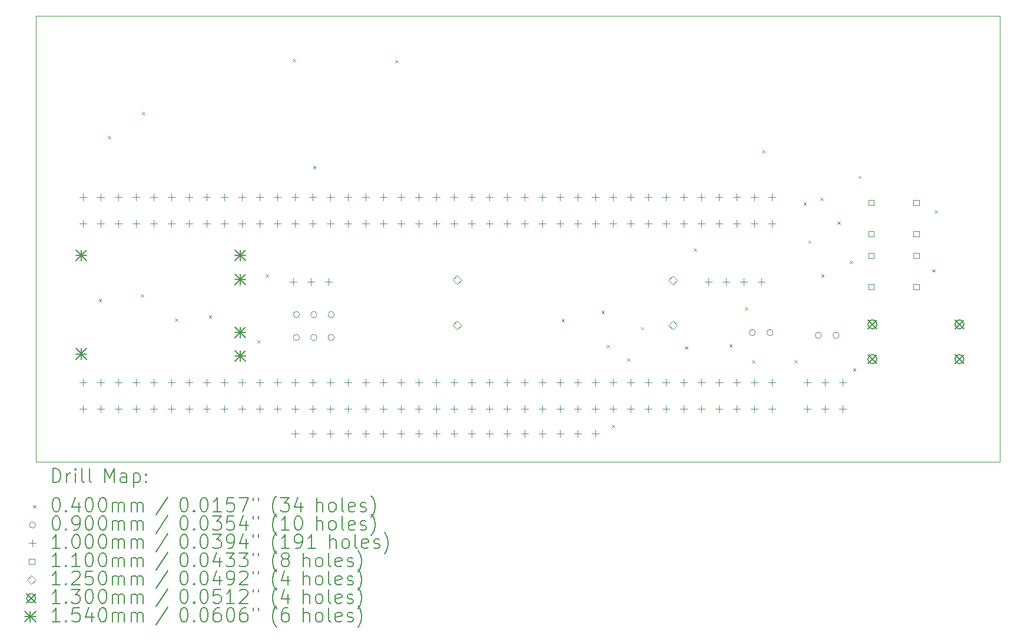
<source format=gbr>
%TF.GenerationSoftware,KiCad,Pcbnew,(7.99.0-200-gad838e3d73)*%
%TF.CreationDate,2024-03-15T16:04:13+07:00*%
%TF.ProjectId,WMS,574d532e-6b69-4636-9164-5f7063625858,rev?*%
%TF.SameCoordinates,Original*%
%TF.FileFunction,Drillmap*%
%TF.FilePolarity,Positive*%
%FSLAX45Y45*%
G04 Gerber Fmt 4.5, Leading zero omitted, Abs format (unit mm)*
G04 Created by KiCad (PCBNEW (7.99.0-200-gad838e3d73)) date 2024-03-15 16:04:13*
%MOMM*%
%LPD*%
G01*
G04 APERTURE LIST*
%ADD10C,0.100000*%
%ADD11C,0.200000*%
%ADD12C,0.040000*%
%ADD13C,0.090000*%
%ADD14C,0.110000*%
%ADD15C,0.125000*%
%ADD16C,0.130000*%
%ADD17C,0.154000*%
G04 APERTURE END LIST*
D10*
X6845300Y-5189220D02*
X20701000Y-5189220D01*
X20701000Y-5189220D02*
X20701000Y-11607800D01*
X20701000Y-11607800D02*
X6845300Y-11607800D01*
X6845300Y-11607800D02*
X6845300Y-5189220D01*
D11*
D12*
X7747320Y-9266240D02*
X7787320Y-9306240D01*
X7787320Y-9266240D02*
X7747320Y-9306240D01*
X7876860Y-6916740D02*
X7916860Y-6956740D01*
X7916860Y-6916740D02*
X7876860Y-6956740D01*
X8351840Y-9195120D02*
X8391840Y-9235120D01*
X8391840Y-9195120D02*
X8351840Y-9235120D01*
X8372160Y-6573840D02*
X8412160Y-6613840D01*
X8412160Y-6573840D02*
X8372160Y-6613840D01*
X8844600Y-9545640D02*
X8884600Y-9585640D01*
X8884600Y-9545640D02*
X8844600Y-9585640D01*
X9329740Y-9505000D02*
X9369740Y-9545000D01*
X9369740Y-9505000D02*
X9329740Y-9545000D01*
X10028240Y-9858060D02*
X10068240Y-9898060D01*
X10068240Y-9858060D02*
X10028240Y-9898060D01*
X10150160Y-8908100D02*
X10190160Y-8948100D01*
X10190160Y-8908100D02*
X10150160Y-8948100D01*
X10538780Y-5811840D02*
X10578780Y-5851840D01*
X10578780Y-5811840D02*
X10538780Y-5851840D01*
X10828340Y-7351080D02*
X10868340Y-7391080D01*
X10868340Y-7351080D02*
X10828340Y-7391080D01*
X12011980Y-5829620D02*
X12051980Y-5869620D01*
X12051980Y-5829620D02*
X12011980Y-5869620D01*
X14402120Y-9555800D02*
X14442120Y-9595800D01*
X14442120Y-9555800D02*
X14402120Y-9595800D01*
X14978700Y-9433880D02*
X15018700Y-9473880D01*
X15018700Y-9433880D02*
X14978700Y-9473880D01*
X15052360Y-9926640D02*
X15092360Y-9966640D01*
X15092360Y-9926640D02*
X15052360Y-9966640D01*
X15123480Y-11079800D02*
X15163480Y-11119800D01*
X15163480Y-11079800D02*
X15123480Y-11119800D01*
X15344460Y-10122220D02*
X15384460Y-10162220D01*
X15384460Y-10122220D02*
X15344460Y-10162220D01*
X15545120Y-9667560D02*
X15585120Y-9707560D01*
X15585120Y-9667560D02*
X15545120Y-9707560D01*
X16175040Y-9946960D02*
X16215040Y-9986960D01*
X16215040Y-9946960D02*
X16175040Y-9986960D01*
X16304580Y-8534720D02*
X16344580Y-8574720D01*
X16344580Y-8534720D02*
X16304580Y-8574720D01*
X16815120Y-9916480D02*
X16855120Y-9956480D01*
X16855120Y-9916480D02*
X16815120Y-9956480D01*
X17038640Y-9383080D02*
X17078640Y-9423080D01*
X17078640Y-9383080D02*
X17038640Y-9423080D01*
X17140240Y-10142540D02*
X17180240Y-10182540D01*
X17180240Y-10142540D02*
X17140240Y-10182540D01*
X17287560Y-7122480D02*
X17327560Y-7162480D01*
X17327560Y-7122480D02*
X17287560Y-7162480D01*
X17752380Y-10145080D02*
X17792380Y-10185080D01*
X17792380Y-10145080D02*
X17752380Y-10185080D01*
X17881920Y-7876860D02*
X17921920Y-7916860D01*
X17921920Y-7876860D02*
X17881920Y-7916860D01*
X17950500Y-8422960D02*
X17990500Y-8462960D01*
X17990500Y-8422960D02*
X17950500Y-8462960D01*
X18120680Y-7808280D02*
X18160680Y-7848280D01*
X18160680Y-7808280D02*
X18120680Y-7848280D01*
X18135920Y-8910640D02*
X18175920Y-8950640D01*
X18175920Y-8910640D02*
X18135920Y-8950640D01*
X18367060Y-8151180D02*
X18407060Y-8191180D01*
X18407060Y-8151180D02*
X18367060Y-8191180D01*
X18544860Y-8715060D02*
X18584860Y-8755060D01*
X18584860Y-8715060D02*
X18544860Y-8755060D01*
X18593120Y-10267000D02*
X18633120Y-10307000D01*
X18633120Y-10267000D02*
X18593120Y-10307000D01*
X18669320Y-7490780D02*
X18709320Y-7530780D01*
X18709320Y-7490780D02*
X18669320Y-7530780D01*
X19733580Y-8836980D02*
X19773580Y-8876980D01*
X19773580Y-8836980D02*
X19733580Y-8876980D01*
X19766600Y-7988620D02*
X19806600Y-8028620D01*
X19806600Y-7988620D02*
X19766600Y-8028620D01*
D13*
X10634640Y-9489640D02*
G75*
G03*
X10634640Y-9489640I-45000J0D01*
G01*
X10634640Y-9819640D02*
G75*
G03*
X10634640Y-9819640I-45000J0D01*
G01*
X10884640Y-9489640D02*
G75*
G03*
X10884640Y-9489640I-45000J0D01*
G01*
X10884640Y-9819640D02*
G75*
G03*
X10884640Y-9819640I-45000J0D01*
G01*
X11134640Y-9489640D02*
G75*
G03*
X11134640Y-9489640I-45000J0D01*
G01*
X11134640Y-9819640D02*
G75*
G03*
X11134640Y-9819640I-45000J0D01*
G01*
X17190000Y-9748520D02*
G75*
G03*
X17190000Y-9748520I-45000J0D01*
G01*
X17444000Y-9748520D02*
G75*
G03*
X17444000Y-9748520I-45000J0D01*
G01*
X18139460Y-9789160D02*
G75*
G03*
X18139460Y-9789160I-45000J0D01*
G01*
X18393460Y-9789160D02*
G75*
G03*
X18393460Y-9789160I-45000J0D01*
G01*
D10*
X7518400Y-7747800D02*
X7518400Y-7847800D01*
X7468400Y-7797800D02*
X7568400Y-7797800D01*
X7518400Y-8128800D02*
X7518400Y-8228800D01*
X7468400Y-8178800D02*
X7568400Y-8178800D01*
X7518400Y-10414800D02*
X7518400Y-10514800D01*
X7468400Y-10464800D02*
X7568400Y-10464800D01*
X7518400Y-10795800D02*
X7518400Y-10895800D01*
X7468400Y-10845800D02*
X7568400Y-10845800D01*
X7772400Y-7747800D02*
X7772400Y-7847800D01*
X7722400Y-7797800D02*
X7822400Y-7797800D01*
X7772400Y-8128800D02*
X7772400Y-8228800D01*
X7722400Y-8178800D02*
X7822400Y-8178800D01*
X7772400Y-10414800D02*
X7772400Y-10514800D01*
X7722400Y-10464800D02*
X7822400Y-10464800D01*
X7772400Y-10795800D02*
X7772400Y-10895800D01*
X7722400Y-10845800D02*
X7822400Y-10845800D01*
X8026400Y-7747800D02*
X8026400Y-7847800D01*
X7976400Y-7797800D02*
X8076400Y-7797800D01*
X8026400Y-8128800D02*
X8026400Y-8228800D01*
X7976400Y-8178800D02*
X8076400Y-8178800D01*
X8026400Y-10414800D02*
X8026400Y-10514800D01*
X7976400Y-10464800D02*
X8076400Y-10464800D01*
X8026400Y-10795800D02*
X8026400Y-10895800D01*
X7976400Y-10845800D02*
X8076400Y-10845800D01*
X8280400Y-7747800D02*
X8280400Y-7847800D01*
X8230400Y-7797800D02*
X8330400Y-7797800D01*
X8280400Y-8128800D02*
X8280400Y-8228800D01*
X8230400Y-8178800D02*
X8330400Y-8178800D01*
X8280400Y-10414800D02*
X8280400Y-10514800D01*
X8230400Y-10464800D02*
X8330400Y-10464800D01*
X8280400Y-10795800D02*
X8280400Y-10895800D01*
X8230400Y-10845800D02*
X8330400Y-10845800D01*
X8534400Y-7747800D02*
X8534400Y-7847800D01*
X8484400Y-7797800D02*
X8584400Y-7797800D01*
X8534400Y-8128800D02*
X8534400Y-8228800D01*
X8484400Y-8178800D02*
X8584400Y-8178800D01*
X8534400Y-10414800D02*
X8534400Y-10514800D01*
X8484400Y-10464800D02*
X8584400Y-10464800D01*
X8534400Y-10795800D02*
X8534400Y-10895800D01*
X8484400Y-10845800D02*
X8584400Y-10845800D01*
X8788400Y-7747800D02*
X8788400Y-7847800D01*
X8738400Y-7797800D02*
X8838400Y-7797800D01*
X8788400Y-8128800D02*
X8788400Y-8228800D01*
X8738400Y-8178800D02*
X8838400Y-8178800D01*
X8788400Y-10414800D02*
X8788400Y-10514800D01*
X8738400Y-10464800D02*
X8838400Y-10464800D01*
X8788400Y-10795800D02*
X8788400Y-10895800D01*
X8738400Y-10845800D02*
X8838400Y-10845800D01*
X9042400Y-7747800D02*
X9042400Y-7847800D01*
X8992400Y-7797800D02*
X9092400Y-7797800D01*
X9042400Y-8128800D02*
X9042400Y-8228800D01*
X8992400Y-8178800D02*
X9092400Y-8178800D01*
X9042400Y-10414800D02*
X9042400Y-10514800D01*
X8992400Y-10464800D02*
X9092400Y-10464800D01*
X9042400Y-10795800D02*
X9042400Y-10895800D01*
X8992400Y-10845800D02*
X9092400Y-10845800D01*
X9296400Y-7747800D02*
X9296400Y-7847800D01*
X9246400Y-7797800D02*
X9346400Y-7797800D01*
X9296400Y-8128800D02*
X9296400Y-8228800D01*
X9246400Y-8178800D02*
X9346400Y-8178800D01*
X9296400Y-10414800D02*
X9296400Y-10514800D01*
X9246400Y-10464800D02*
X9346400Y-10464800D01*
X9296400Y-10795800D02*
X9296400Y-10895800D01*
X9246400Y-10845800D02*
X9346400Y-10845800D01*
X9550400Y-7747800D02*
X9550400Y-7847800D01*
X9500400Y-7797800D02*
X9600400Y-7797800D01*
X9550400Y-8128800D02*
X9550400Y-8228800D01*
X9500400Y-8178800D02*
X9600400Y-8178800D01*
X9550400Y-10414800D02*
X9550400Y-10514800D01*
X9500400Y-10464800D02*
X9600400Y-10464800D01*
X9550400Y-10795800D02*
X9550400Y-10895800D01*
X9500400Y-10845800D02*
X9600400Y-10845800D01*
X9804400Y-7747800D02*
X9804400Y-7847800D01*
X9754400Y-7797800D02*
X9854400Y-7797800D01*
X9804400Y-8128800D02*
X9804400Y-8228800D01*
X9754400Y-8178800D02*
X9854400Y-8178800D01*
X9804400Y-10414800D02*
X9804400Y-10514800D01*
X9754400Y-10464800D02*
X9854400Y-10464800D01*
X9804400Y-10795800D02*
X9804400Y-10895800D01*
X9754400Y-10845800D02*
X9854400Y-10845800D01*
X10058400Y-7747800D02*
X10058400Y-7847800D01*
X10008400Y-7797800D02*
X10108400Y-7797800D01*
X10058400Y-8128800D02*
X10058400Y-8228800D01*
X10008400Y-8178800D02*
X10108400Y-8178800D01*
X10058400Y-10414800D02*
X10058400Y-10514800D01*
X10008400Y-10464800D02*
X10108400Y-10464800D01*
X10058400Y-10795800D02*
X10058400Y-10895800D01*
X10008400Y-10845800D02*
X10108400Y-10845800D01*
X10312400Y-7747800D02*
X10312400Y-7847800D01*
X10262400Y-7797800D02*
X10362400Y-7797800D01*
X10312400Y-8128800D02*
X10312400Y-8228800D01*
X10262400Y-8178800D02*
X10362400Y-8178800D01*
X10312400Y-10414800D02*
X10312400Y-10514800D01*
X10262400Y-10464800D02*
X10362400Y-10464800D01*
X10312400Y-10795800D02*
X10312400Y-10895800D01*
X10262400Y-10845800D02*
X10362400Y-10845800D01*
X10541000Y-8967000D02*
X10541000Y-9067000D01*
X10491000Y-9017000D02*
X10591000Y-9017000D01*
X10566400Y-7747800D02*
X10566400Y-7847800D01*
X10516400Y-7797800D02*
X10616400Y-7797800D01*
X10566400Y-8128800D02*
X10566400Y-8228800D01*
X10516400Y-8178800D02*
X10616400Y-8178800D01*
X10566400Y-10414800D02*
X10566400Y-10514800D01*
X10516400Y-10464800D02*
X10616400Y-10464800D01*
X10566400Y-10795800D02*
X10566400Y-10895800D01*
X10516400Y-10845800D02*
X10616400Y-10845800D01*
X10566400Y-11151400D02*
X10566400Y-11251400D01*
X10516400Y-11201400D02*
X10616400Y-11201400D01*
X10795000Y-8967000D02*
X10795000Y-9067000D01*
X10745000Y-9017000D02*
X10845000Y-9017000D01*
X10820400Y-7747800D02*
X10820400Y-7847800D01*
X10770400Y-7797800D02*
X10870400Y-7797800D01*
X10820400Y-8128800D02*
X10820400Y-8228800D01*
X10770400Y-8178800D02*
X10870400Y-8178800D01*
X10820400Y-10414800D02*
X10820400Y-10514800D01*
X10770400Y-10464800D02*
X10870400Y-10464800D01*
X10820400Y-10795800D02*
X10820400Y-10895800D01*
X10770400Y-10845800D02*
X10870400Y-10845800D01*
X10820400Y-11151400D02*
X10820400Y-11251400D01*
X10770400Y-11201400D02*
X10870400Y-11201400D01*
X11049000Y-8967000D02*
X11049000Y-9067000D01*
X10999000Y-9017000D02*
X11099000Y-9017000D01*
X11074400Y-7747800D02*
X11074400Y-7847800D01*
X11024400Y-7797800D02*
X11124400Y-7797800D01*
X11074400Y-8128800D02*
X11074400Y-8228800D01*
X11024400Y-8178800D02*
X11124400Y-8178800D01*
X11074400Y-10414800D02*
X11074400Y-10514800D01*
X11024400Y-10464800D02*
X11124400Y-10464800D01*
X11074400Y-10795800D02*
X11074400Y-10895800D01*
X11024400Y-10845800D02*
X11124400Y-10845800D01*
X11074400Y-11151400D02*
X11074400Y-11251400D01*
X11024400Y-11201400D02*
X11124400Y-11201400D01*
X11328400Y-7747800D02*
X11328400Y-7847800D01*
X11278400Y-7797800D02*
X11378400Y-7797800D01*
X11328400Y-8128800D02*
X11328400Y-8228800D01*
X11278400Y-8178800D02*
X11378400Y-8178800D01*
X11328400Y-10414800D02*
X11328400Y-10514800D01*
X11278400Y-10464800D02*
X11378400Y-10464800D01*
X11328400Y-10795800D02*
X11328400Y-10895800D01*
X11278400Y-10845800D02*
X11378400Y-10845800D01*
X11328400Y-11151400D02*
X11328400Y-11251400D01*
X11278400Y-11201400D02*
X11378400Y-11201400D01*
X11582400Y-7747800D02*
X11582400Y-7847800D01*
X11532400Y-7797800D02*
X11632400Y-7797800D01*
X11582400Y-8128800D02*
X11582400Y-8228800D01*
X11532400Y-8178800D02*
X11632400Y-8178800D01*
X11582400Y-10414800D02*
X11582400Y-10514800D01*
X11532400Y-10464800D02*
X11632400Y-10464800D01*
X11582400Y-10795800D02*
X11582400Y-10895800D01*
X11532400Y-10845800D02*
X11632400Y-10845800D01*
X11582400Y-11151400D02*
X11582400Y-11251400D01*
X11532400Y-11201400D02*
X11632400Y-11201400D01*
X11836400Y-7747800D02*
X11836400Y-7847800D01*
X11786400Y-7797800D02*
X11886400Y-7797800D01*
X11836400Y-8128800D02*
X11836400Y-8228800D01*
X11786400Y-8178800D02*
X11886400Y-8178800D01*
X11836400Y-10414800D02*
X11836400Y-10514800D01*
X11786400Y-10464800D02*
X11886400Y-10464800D01*
X11836400Y-10795800D02*
X11836400Y-10895800D01*
X11786400Y-10845800D02*
X11886400Y-10845800D01*
X11836400Y-11151400D02*
X11836400Y-11251400D01*
X11786400Y-11201400D02*
X11886400Y-11201400D01*
X12090400Y-7747800D02*
X12090400Y-7847800D01*
X12040400Y-7797800D02*
X12140400Y-7797800D01*
X12090400Y-8128800D02*
X12090400Y-8228800D01*
X12040400Y-8178800D02*
X12140400Y-8178800D01*
X12090400Y-10414800D02*
X12090400Y-10514800D01*
X12040400Y-10464800D02*
X12140400Y-10464800D01*
X12090400Y-10795800D02*
X12090400Y-10895800D01*
X12040400Y-10845800D02*
X12140400Y-10845800D01*
X12090400Y-11151400D02*
X12090400Y-11251400D01*
X12040400Y-11201400D02*
X12140400Y-11201400D01*
X12344400Y-7747800D02*
X12344400Y-7847800D01*
X12294400Y-7797800D02*
X12394400Y-7797800D01*
X12344400Y-8128800D02*
X12344400Y-8228800D01*
X12294400Y-8178800D02*
X12394400Y-8178800D01*
X12344400Y-10414800D02*
X12344400Y-10514800D01*
X12294400Y-10464800D02*
X12394400Y-10464800D01*
X12344400Y-10795800D02*
X12344400Y-10895800D01*
X12294400Y-10845800D02*
X12394400Y-10845800D01*
X12344400Y-11151400D02*
X12344400Y-11251400D01*
X12294400Y-11201400D02*
X12394400Y-11201400D01*
X12598400Y-7747800D02*
X12598400Y-7847800D01*
X12548400Y-7797800D02*
X12648400Y-7797800D01*
X12598400Y-8128800D02*
X12598400Y-8228800D01*
X12548400Y-8178800D02*
X12648400Y-8178800D01*
X12598400Y-10414800D02*
X12598400Y-10514800D01*
X12548400Y-10464800D02*
X12648400Y-10464800D01*
X12598400Y-10795800D02*
X12598400Y-10895800D01*
X12548400Y-10845800D02*
X12648400Y-10845800D01*
X12598400Y-11151400D02*
X12598400Y-11251400D01*
X12548400Y-11201400D02*
X12648400Y-11201400D01*
X12852400Y-7747800D02*
X12852400Y-7847800D01*
X12802400Y-7797800D02*
X12902400Y-7797800D01*
X12852400Y-8128800D02*
X12852400Y-8228800D01*
X12802400Y-8178800D02*
X12902400Y-8178800D01*
X12852400Y-10414800D02*
X12852400Y-10514800D01*
X12802400Y-10464800D02*
X12902400Y-10464800D01*
X12852400Y-10795800D02*
X12852400Y-10895800D01*
X12802400Y-10845800D02*
X12902400Y-10845800D01*
X12852400Y-11151400D02*
X12852400Y-11251400D01*
X12802400Y-11201400D02*
X12902400Y-11201400D01*
X13106400Y-7747800D02*
X13106400Y-7847800D01*
X13056400Y-7797800D02*
X13156400Y-7797800D01*
X13106400Y-8128800D02*
X13106400Y-8228800D01*
X13056400Y-8178800D02*
X13156400Y-8178800D01*
X13106400Y-10414800D02*
X13106400Y-10514800D01*
X13056400Y-10464800D02*
X13156400Y-10464800D01*
X13106400Y-10795800D02*
X13106400Y-10895800D01*
X13056400Y-10845800D02*
X13156400Y-10845800D01*
X13106400Y-11151400D02*
X13106400Y-11251400D01*
X13056400Y-11201400D02*
X13156400Y-11201400D01*
X13360400Y-7747800D02*
X13360400Y-7847800D01*
X13310400Y-7797800D02*
X13410400Y-7797800D01*
X13360400Y-8128800D02*
X13360400Y-8228800D01*
X13310400Y-8178800D02*
X13410400Y-8178800D01*
X13360400Y-10414800D02*
X13360400Y-10514800D01*
X13310400Y-10464800D02*
X13410400Y-10464800D01*
X13360400Y-10795800D02*
X13360400Y-10895800D01*
X13310400Y-10845800D02*
X13410400Y-10845800D01*
X13360400Y-11151400D02*
X13360400Y-11251400D01*
X13310400Y-11201400D02*
X13410400Y-11201400D01*
X13614400Y-7747800D02*
X13614400Y-7847800D01*
X13564400Y-7797800D02*
X13664400Y-7797800D01*
X13614400Y-8128800D02*
X13614400Y-8228800D01*
X13564400Y-8178800D02*
X13664400Y-8178800D01*
X13614400Y-10414800D02*
X13614400Y-10514800D01*
X13564400Y-10464800D02*
X13664400Y-10464800D01*
X13614400Y-10795800D02*
X13614400Y-10895800D01*
X13564400Y-10845800D02*
X13664400Y-10845800D01*
X13614400Y-11151400D02*
X13614400Y-11251400D01*
X13564400Y-11201400D02*
X13664400Y-11201400D01*
X13868400Y-7747800D02*
X13868400Y-7847800D01*
X13818400Y-7797800D02*
X13918400Y-7797800D01*
X13868400Y-8128800D02*
X13868400Y-8228800D01*
X13818400Y-8178800D02*
X13918400Y-8178800D01*
X13868400Y-10414800D02*
X13868400Y-10514800D01*
X13818400Y-10464800D02*
X13918400Y-10464800D01*
X13868400Y-10795800D02*
X13868400Y-10895800D01*
X13818400Y-10845800D02*
X13918400Y-10845800D01*
X13868400Y-11151400D02*
X13868400Y-11251400D01*
X13818400Y-11201400D02*
X13918400Y-11201400D01*
X14122400Y-7747800D02*
X14122400Y-7847800D01*
X14072400Y-7797800D02*
X14172400Y-7797800D01*
X14122400Y-8128800D02*
X14122400Y-8228800D01*
X14072400Y-8178800D02*
X14172400Y-8178800D01*
X14122400Y-10414800D02*
X14122400Y-10514800D01*
X14072400Y-10464800D02*
X14172400Y-10464800D01*
X14122400Y-10795800D02*
X14122400Y-10895800D01*
X14072400Y-10845800D02*
X14172400Y-10845800D01*
X14122400Y-11151400D02*
X14122400Y-11251400D01*
X14072400Y-11201400D02*
X14172400Y-11201400D01*
X14376400Y-7747800D02*
X14376400Y-7847800D01*
X14326400Y-7797800D02*
X14426400Y-7797800D01*
X14376400Y-8128800D02*
X14376400Y-8228800D01*
X14326400Y-8178800D02*
X14426400Y-8178800D01*
X14376400Y-10414800D02*
X14376400Y-10514800D01*
X14326400Y-10464800D02*
X14426400Y-10464800D01*
X14376400Y-10795800D02*
X14376400Y-10895800D01*
X14326400Y-10845800D02*
X14426400Y-10845800D01*
X14376400Y-11151400D02*
X14376400Y-11251400D01*
X14326400Y-11201400D02*
X14426400Y-11201400D01*
X14630400Y-7747800D02*
X14630400Y-7847800D01*
X14580400Y-7797800D02*
X14680400Y-7797800D01*
X14630400Y-8128800D02*
X14630400Y-8228800D01*
X14580400Y-8178800D02*
X14680400Y-8178800D01*
X14630400Y-10414800D02*
X14630400Y-10514800D01*
X14580400Y-10464800D02*
X14680400Y-10464800D01*
X14630400Y-10795800D02*
X14630400Y-10895800D01*
X14580400Y-10845800D02*
X14680400Y-10845800D01*
X14630400Y-11151400D02*
X14630400Y-11251400D01*
X14580400Y-11201400D02*
X14680400Y-11201400D01*
X14884400Y-7747800D02*
X14884400Y-7847800D01*
X14834400Y-7797800D02*
X14934400Y-7797800D01*
X14884400Y-8128800D02*
X14884400Y-8228800D01*
X14834400Y-8178800D02*
X14934400Y-8178800D01*
X14884400Y-10414800D02*
X14884400Y-10514800D01*
X14834400Y-10464800D02*
X14934400Y-10464800D01*
X14884400Y-10795800D02*
X14884400Y-10895800D01*
X14834400Y-10845800D02*
X14934400Y-10845800D01*
X14884400Y-11151400D02*
X14884400Y-11251400D01*
X14834400Y-11201400D02*
X14934400Y-11201400D01*
X15138400Y-7747800D02*
X15138400Y-7847800D01*
X15088400Y-7797800D02*
X15188400Y-7797800D01*
X15138400Y-8128800D02*
X15138400Y-8228800D01*
X15088400Y-8178800D02*
X15188400Y-8178800D01*
X15138400Y-10414800D02*
X15138400Y-10514800D01*
X15088400Y-10464800D02*
X15188400Y-10464800D01*
X15138400Y-10795800D02*
X15138400Y-10895800D01*
X15088400Y-10845800D02*
X15188400Y-10845800D01*
X15392400Y-7747800D02*
X15392400Y-7847800D01*
X15342400Y-7797800D02*
X15442400Y-7797800D01*
X15392400Y-8128800D02*
X15392400Y-8228800D01*
X15342400Y-8178800D02*
X15442400Y-8178800D01*
X15392400Y-10414800D02*
X15392400Y-10514800D01*
X15342400Y-10464800D02*
X15442400Y-10464800D01*
X15392400Y-10795800D02*
X15392400Y-10895800D01*
X15342400Y-10845800D02*
X15442400Y-10845800D01*
X15646400Y-7747800D02*
X15646400Y-7847800D01*
X15596400Y-7797800D02*
X15696400Y-7797800D01*
X15646400Y-8128800D02*
X15646400Y-8228800D01*
X15596400Y-8178800D02*
X15696400Y-8178800D01*
X15646400Y-10414800D02*
X15646400Y-10514800D01*
X15596400Y-10464800D02*
X15696400Y-10464800D01*
X15646400Y-10795800D02*
X15646400Y-10895800D01*
X15596400Y-10845800D02*
X15696400Y-10845800D01*
X15900400Y-7747800D02*
X15900400Y-7847800D01*
X15850400Y-7797800D02*
X15950400Y-7797800D01*
X15900400Y-8128800D02*
X15900400Y-8228800D01*
X15850400Y-8178800D02*
X15950400Y-8178800D01*
X15900400Y-10414800D02*
X15900400Y-10514800D01*
X15850400Y-10464800D02*
X15950400Y-10464800D01*
X15900400Y-10795800D02*
X15900400Y-10895800D01*
X15850400Y-10845800D02*
X15950400Y-10845800D01*
X16154400Y-7747800D02*
X16154400Y-7847800D01*
X16104400Y-7797800D02*
X16204400Y-7797800D01*
X16154400Y-8128800D02*
X16154400Y-8228800D01*
X16104400Y-8178800D02*
X16204400Y-8178800D01*
X16154400Y-10414800D02*
X16154400Y-10514800D01*
X16104400Y-10464800D02*
X16204400Y-10464800D01*
X16154400Y-10795800D02*
X16154400Y-10895800D01*
X16104400Y-10845800D02*
X16204400Y-10845800D01*
X16408400Y-7747800D02*
X16408400Y-7847800D01*
X16358400Y-7797800D02*
X16458400Y-7797800D01*
X16408400Y-8128800D02*
X16408400Y-8228800D01*
X16358400Y-8178800D02*
X16458400Y-8178800D01*
X16408400Y-10414800D02*
X16408400Y-10514800D01*
X16358400Y-10464800D02*
X16458400Y-10464800D01*
X16408400Y-10795800D02*
X16408400Y-10895800D01*
X16358400Y-10845800D02*
X16458400Y-10845800D01*
X16510000Y-8967000D02*
X16510000Y-9067000D01*
X16460000Y-9017000D02*
X16560000Y-9017000D01*
X16662400Y-7747800D02*
X16662400Y-7847800D01*
X16612400Y-7797800D02*
X16712400Y-7797800D01*
X16662400Y-8128800D02*
X16662400Y-8228800D01*
X16612400Y-8178800D02*
X16712400Y-8178800D01*
X16662400Y-10414800D02*
X16662400Y-10514800D01*
X16612400Y-10464800D02*
X16712400Y-10464800D01*
X16662400Y-10795800D02*
X16662400Y-10895800D01*
X16612400Y-10845800D02*
X16712400Y-10845800D01*
X16764000Y-8967000D02*
X16764000Y-9067000D01*
X16714000Y-9017000D02*
X16814000Y-9017000D01*
X16916400Y-7747800D02*
X16916400Y-7847800D01*
X16866400Y-7797800D02*
X16966400Y-7797800D01*
X16916400Y-8128800D02*
X16916400Y-8228800D01*
X16866400Y-8178800D02*
X16966400Y-8178800D01*
X16916400Y-10414800D02*
X16916400Y-10514800D01*
X16866400Y-10464800D02*
X16966400Y-10464800D01*
X16916400Y-10795800D02*
X16916400Y-10895800D01*
X16866400Y-10845800D02*
X16966400Y-10845800D01*
X17018000Y-8967000D02*
X17018000Y-9067000D01*
X16968000Y-9017000D02*
X17068000Y-9017000D01*
X17170400Y-7747800D02*
X17170400Y-7847800D01*
X17120400Y-7797800D02*
X17220400Y-7797800D01*
X17170400Y-8128800D02*
X17170400Y-8228800D01*
X17120400Y-8178800D02*
X17220400Y-8178800D01*
X17170400Y-10414800D02*
X17170400Y-10514800D01*
X17120400Y-10464800D02*
X17220400Y-10464800D01*
X17170400Y-10795800D02*
X17170400Y-10895800D01*
X17120400Y-10845800D02*
X17220400Y-10845800D01*
X17272000Y-8967000D02*
X17272000Y-9067000D01*
X17222000Y-9017000D02*
X17322000Y-9017000D01*
X17424400Y-7747800D02*
X17424400Y-7847800D01*
X17374400Y-7797800D02*
X17474400Y-7797800D01*
X17424400Y-8128800D02*
X17424400Y-8228800D01*
X17374400Y-8178800D02*
X17474400Y-8178800D01*
X17424400Y-10414800D02*
X17424400Y-10514800D01*
X17374400Y-10464800D02*
X17474400Y-10464800D01*
X17424400Y-10795800D02*
X17424400Y-10895800D01*
X17374400Y-10845800D02*
X17474400Y-10845800D01*
X17932400Y-10414800D02*
X17932400Y-10514800D01*
X17882400Y-10464800D02*
X17982400Y-10464800D01*
X17932400Y-10795800D02*
X17932400Y-10895800D01*
X17882400Y-10845800D02*
X17982400Y-10845800D01*
X18186400Y-10414800D02*
X18186400Y-10514800D01*
X18136400Y-10464800D02*
X18236400Y-10464800D01*
X18186400Y-10795800D02*
X18186400Y-10895800D01*
X18136400Y-10845800D02*
X18236400Y-10845800D01*
X18440400Y-10414800D02*
X18440400Y-10514800D01*
X18390400Y-10464800D02*
X18490400Y-10464800D01*
X18440400Y-10795800D02*
X18440400Y-10895800D01*
X18390400Y-10845800D02*
X18490400Y-10845800D01*
D14*
X18890891Y-7916491D02*
X18890891Y-7838709D01*
X18813109Y-7838709D01*
X18813109Y-7916491D01*
X18890891Y-7916491D01*
X18890891Y-8366491D02*
X18890891Y-8288709D01*
X18813109Y-8288709D01*
X18813109Y-8366491D01*
X18890891Y-8366491D01*
X18890891Y-8678491D02*
X18890891Y-8600709D01*
X18813109Y-8600709D01*
X18813109Y-8678491D01*
X18890891Y-8678491D01*
X18890891Y-9128491D02*
X18890891Y-9050709D01*
X18813109Y-9050709D01*
X18813109Y-9128491D01*
X18890891Y-9128491D01*
X19540891Y-7916491D02*
X19540891Y-7838709D01*
X19463109Y-7838709D01*
X19463109Y-7916491D01*
X19540891Y-7916491D01*
X19540891Y-8366491D02*
X19540891Y-8288709D01*
X19463109Y-8288709D01*
X19463109Y-8366491D01*
X19540891Y-8366491D01*
X19540891Y-8678491D02*
X19540891Y-8600709D01*
X19463109Y-8600709D01*
X19463109Y-8678491D01*
X19540891Y-8678491D01*
X19540891Y-9128491D02*
X19540891Y-9050709D01*
X19463109Y-9050709D01*
X19463109Y-9128491D01*
X19540891Y-9128491D01*
D15*
X12902000Y-9054100D02*
X12964500Y-8991600D01*
X12902000Y-8929100D01*
X12839500Y-8991600D01*
X12902000Y-9054100D01*
X12902000Y-9704100D02*
X12964500Y-9641600D01*
X12902000Y-9579100D01*
X12839500Y-9641600D01*
X12902000Y-9704100D01*
X16002000Y-9059100D02*
X16064500Y-8996600D01*
X16002000Y-8934100D01*
X15939500Y-8996600D01*
X16002000Y-9059100D01*
X16002000Y-9704100D02*
X16064500Y-9641600D01*
X16002000Y-9579100D01*
X15939500Y-9641600D01*
X16002000Y-9704100D01*
D16*
X18807200Y-9565600D02*
X18937200Y-9695600D01*
X18937200Y-9565600D02*
X18807200Y-9695600D01*
X18937200Y-9630600D02*
G75*
G03*
X18937200Y-9630600I-65000J0D01*
G01*
X18807200Y-10065600D02*
X18937200Y-10195600D01*
X18937200Y-10065600D02*
X18807200Y-10195600D01*
X18937200Y-10130600D02*
G75*
G03*
X18937200Y-10130600I-65000J0D01*
G01*
X20057200Y-9565600D02*
X20187200Y-9695600D01*
X20187200Y-9565600D02*
X20057200Y-9695600D01*
X20187200Y-9630600D02*
G75*
G03*
X20187200Y-9630600I-65000J0D01*
G01*
X20057200Y-10065600D02*
X20187200Y-10195600D01*
X20187200Y-10065600D02*
X20057200Y-10195600D01*
X20187200Y-10130600D02*
G75*
G03*
X20187200Y-10130600I-65000J0D01*
G01*
D17*
X7416000Y-8559000D02*
X7570000Y-8713000D01*
X7570000Y-8559000D02*
X7416000Y-8713000D01*
X7493000Y-8559000D02*
X7493000Y-8713000D01*
X7416000Y-8636000D02*
X7570000Y-8636000D01*
X7416000Y-9979000D02*
X7570000Y-10133000D01*
X7570000Y-9979000D02*
X7416000Y-10133000D01*
X7493000Y-9979000D02*
X7493000Y-10133000D01*
X7416000Y-10056000D02*
X7570000Y-10056000D01*
X9706000Y-8559000D02*
X9860000Y-8713000D01*
X9860000Y-8559000D02*
X9706000Y-8713000D01*
X9783000Y-8559000D02*
X9783000Y-8713000D01*
X9706000Y-8636000D02*
X9860000Y-8636000D01*
X9706000Y-8909000D02*
X9860000Y-9063000D01*
X9860000Y-8909000D02*
X9706000Y-9063000D01*
X9783000Y-8909000D02*
X9783000Y-9063000D01*
X9706000Y-8986000D02*
X9860000Y-8986000D01*
X9706000Y-9669000D02*
X9860000Y-9823000D01*
X9860000Y-9669000D02*
X9706000Y-9823000D01*
X9783000Y-9669000D02*
X9783000Y-9823000D01*
X9706000Y-9746000D02*
X9860000Y-9746000D01*
X9706000Y-10009000D02*
X9860000Y-10163000D01*
X9860000Y-10009000D02*
X9706000Y-10163000D01*
X9783000Y-10009000D02*
X9783000Y-10163000D01*
X9706000Y-10086000D02*
X9860000Y-10086000D01*
D11*
X7087919Y-11906276D02*
X7087919Y-11706276D01*
X7087919Y-11706276D02*
X7135538Y-11706276D01*
X7135538Y-11706276D02*
X7164109Y-11715800D01*
X7164109Y-11715800D02*
X7183157Y-11734848D01*
X7183157Y-11734848D02*
X7192681Y-11753895D01*
X7192681Y-11753895D02*
X7202205Y-11791990D01*
X7202205Y-11791990D02*
X7202205Y-11820562D01*
X7202205Y-11820562D02*
X7192681Y-11858657D01*
X7192681Y-11858657D02*
X7183157Y-11877705D01*
X7183157Y-11877705D02*
X7164109Y-11896752D01*
X7164109Y-11896752D02*
X7135538Y-11906276D01*
X7135538Y-11906276D02*
X7087919Y-11906276D01*
X7287919Y-11906276D02*
X7287919Y-11772943D01*
X7287919Y-11811038D02*
X7297443Y-11791990D01*
X7297443Y-11791990D02*
X7306967Y-11782467D01*
X7306967Y-11782467D02*
X7326014Y-11772943D01*
X7326014Y-11772943D02*
X7345062Y-11772943D01*
X7411728Y-11906276D02*
X7411728Y-11772943D01*
X7411728Y-11706276D02*
X7402205Y-11715800D01*
X7402205Y-11715800D02*
X7411728Y-11725324D01*
X7411728Y-11725324D02*
X7421252Y-11715800D01*
X7421252Y-11715800D02*
X7411728Y-11706276D01*
X7411728Y-11706276D02*
X7411728Y-11725324D01*
X7535538Y-11906276D02*
X7516490Y-11896752D01*
X7516490Y-11896752D02*
X7506967Y-11877705D01*
X7506967Y-11877705D02*
X7506967Y-11706276D01*
X7640300Y-11906276D02*
X7621252Y-11896752D01*
X7621252Y-11896752D02*
X7611728Y-11877705D01*
X7611728Y-11877705D02*
X7611728Y-11706276D01*
X7836490Y-11906276D02*
X7836490Y-11706276D01*
X7836490Y-11706276D02*
X7903157Y-11849133D01*
X7903157Y-11849133D02*
X7969824Y-11706276D01*
X7969824Y-11706276D02*
X7969824Y-11906276D01*
X8150776Y-11906276D02*
X8150776Y-11801514D01*
X8150776Y-11801514D02*
X8141252Y-11782467D01*
X8141252Y-11782467D02*
X8122205Y-11772943D01*
X8122205Y-11772943D02*
X8084109Y-11772943D01*
X8084109Y-11772943D02*
X8065062Y-11782467D01*
X8150776Y-11896752D02*
X8131728Y-11906276D01*
X8131728Y-11906276D02*
X8084109Y-11906276D01*
X8084109Y-11906276D02*
X8065062Y-11896752D01*
X8065062Y-11896752D02*
X8055538Y-11877705D01*
X8055538Y-11877705D02*
X8055538Y-11858657D01*
X8055538Y-11858657D02*
X8065062Y-11839609D01*
X8065062Y-11839609D02*
X8084109Y-11830086D01*
X8084109Y-11830086D02*
X8131728Y-11830086D01*
X8131728Y-11830086D02*
X8150776Y-11820562D01*
X8246014Y-11772943D02*
X8246014Y-11972943D01*
X8246014Y-11782467D02*
X8265062Y-11772943D01*
X8265062Y-11772943D02*
X8303157Y-11772943D01*
X8303157Y-11772943D02*
X8322205Y-11782467D01*
X8322205Y-11782467D02*
X8331728Y-11791990D01*
X8331728Y-11791990D02*
X8341252Y-11811038D01*
X8341252Y-11811038D02*
X8341252Y-11868181D01*
X8341252Y-11868181D02*
X8331728Y-11887228D01*
X8331728Y-11887228D02*
X8322205Y-11896752D01*
X8322205Y-11896752D02*
X8303157Y-11906276D01*
X8303157Y-11906276D02*
X8265062Y-11906276D01*
X8265062Y-11906276D02*
X8246014Y-11896752D01*
X8426967Y-11887228D02*
X8436490Y-11896752D01*
X8436490Y-11896752D02*
X8426967Y-11906276D01*
X8426967Y-11906276D02*
X8417443Y-11896752D01*
X8417443Y-11896752D02*
X8426967Y-11887228D01*
X8426967Y-11887228D02*
X8426967Y-11906276D01*
X8426967Y-11782467D02*
X8436490Y-11791990D01*
X8436490Y-11791990D02*
X8426967Y-11801514D01*
X8426967Y-11801514D02*
X8417443Y-11791990D01*
X8417443Y-11791990D02*
X8426967Y-11782467D01*
X8426967Y-11782467D02*
X8426967Y-11801514D01*
D12*
X6800300Y-12232800D02*
X6840300Y-12272800D01*
X6840300Y-12232800D02*
X6800300Y-12272800D01*
D11*
X7126014Y-12126276D02*
X7145062Y-12126276D01*
X7145062Y-12126276D02*
X7164109Y-12135800D01*
X7164109Y-12135800D02*
X7173633Y-12145324D01*
X7173633Y-12145324D02*
X7183157Y-12164371D01*
X7183157Y-12164371D02*
X7192681Y-12202467D01*
X7192681Y-12202467D02*
X7192681Y-12250086D01*
X7192681Y-12250086D02*
X7183157Y-12288181D01*
X7183157Y-12288181D02*
X7173633Y-12307228D01*
X7173633Y-12307228D02*
X7164109Y-12316752D01*
X7164109Y-12316752D02*
X7145062Y-12326276D01*
X7145062Y-12326276D02*
X7126014Y-12326276D01*
X7126014Y-12326276D02*
X7106967Y-12316752D01*
X7106967Y-12316752D02*
X7097443Y-12307228D01*
X7097443Y-12307228D02*
X7087919Y-12288181D01*
X7087919Y-12288181D02*
X7078395Y-12250086D01*
X7078395Y-12250086D02*
X7078395Y-12202467D01*
X7078395Y-12202467D02*
X7087919Y-12164371D01*
X7087919Y-12164371D02*
X7097443Y-12145324D01*
X7097443Y-12145324D02*
X7106967Y-12135800D01*
X7106967Y-12135800D02*
X7126014Y-12126276D01*
X7278395Y-12307228D02*
X7287919Y-12316752D01*
X7287919Y-12316752D02*
X7278395Y-12326276D01*
X7278395Y-12326276D02*
X7268871Y-12316752D01*
X7268871Y-12316752D02*
X7278395Y-12307228D01*
X7278395Y-12307228D02*
X7278395Y-12326276D01*
X7459348Y-12192943D02*
X7459348Y-12326276D01*
X7411728Y-12116752D02*
X7364109Y-12259609D01*
X7364109Y-12259609D02*
X7487919Y-12259609D01*
X7602205Y-12126276D02*
X7621252Y-12126276D01*
X7621252Y-12126276D02*
X7640300Y-12135800D01*
X7640300Y-12135800D02*
X7649824Y-12145324D01*
X7649824Y-12145324D02*
X7659348Y-12164371D01*
X7659348Y-12164371D02*
X7668871Y-12202467D01*
X7668871Y-12202467D02*
X7668871Y-12250086D01*
X7668871Y-12250086D02*
X7659348Y-12288181D01*
X7659348Y-12288181D02*
X7649824Y-12307228D01*
X7649824Y-12307228D02*
X7640300Y-12316752D01*
X7640300Y-12316752D02*
X7621252Y-12326276D01*
X7621252Y-12326276D02*
X7602205Y-12326276D01*
X7602205Y-12326276D02*
X7583157Y-12316752D01*
X7583157Y-12316752D02*
X7573633Y-12307228D01*
X7573633Y-12307228D02*
X7564109Y-12288181D01*
X7564109Y-12288181D02*
X7554586Y-12250086D01*
X7554586Y-12250086D02*
X7554586Y-12202467D01*
X7554586Y-12202467D02*
X7564109Y-12164371D01*
X7564109Y-12164371D02*
X7573633Y-12145324D01*
X7573633Y-12145324D02*
X7583157Y-12135800D01*
X7583157Y-12135800D02*
X7602205Y-12126276D01*
X7792681Y-12126276D02*
X7811729Y-12126276D01*
X7811729Y-12126276D02*
X7830776Y-12135800D01*
X7830776Y-12135800D02*
X7840300Y-12145324D01*
X7840300Y-12145324D02*
X7849824Y-12164371D01*
X7849824Y-12164371D02*
X7859348Y-12202467D01*
X7859348Y-12202467D02*
X7859348Y-12250086D01*
X7859348Y-12250086D02*
X7849824Y-12288181D01*
X7849824Y-12288181D02*
X7840300Y-12307228D01*
X7840300Y-12307228D02*
X7830776Y-12316752D01*
X7830776Y-12316752D02*
X7811729Y-12326276D01*
X7811729Y-12326276D02*
X7792681Y-12326276D01*
X7792681Y-12326276D02*
X7773633Y-12316752D01*
X7773633Y-12316752D02*
X7764109Y-12307228D01*
X7764109Y-12307228D02*
X7754586Y-12288181D01*
X7754586Y-12288181D02*
X7745062Y-12250086D01*
X7745062Y-12250086D02*
X7745062Y-12202467D01*
X7745062Y-12202467D02*
X7754586Y-12164371D01*
X7754586Y-12164371D02*
X7764109Y-12145324D01*
X7764109Y-12145324D02*
X7773633Y-12135800D01*
X7773633Y-12135800D02*
X7792681Y-12126276D01*
X7945062Y-12326276D02*
X7945062Y-12192943D01*
X7945062Y-12211990D02*
X7954586Y-12202467D01*
X7954586Y-12202467D02*
X7973633Y-12192943D01*
X7973633Y-12192943D02*
X8002205Y-12192943D01*
X8002205Y-12192943D02*
X8021252Y-12202467D01*
X8021252Y-12202467D02*
X8030776Y-12221514D01*
X8030776Y-12221514D02*
X8030776Y-12326276D01*
X8030776Y-12221514D02*
X8040300Y-12202467D01*
X8040300Y-12202467D02*
X8059348Y-12192943D01*
X8059348Y-12192943D02*
X8087919Y-12192943D01*
X8087919Y-12192943D02*
X8106967Y-12202467D01*
X8106967Y-12202467D02*
X8116490Y-12221514D01*
X8116490Y-12221514D02*
X8116490Y-12326276D01*
X8211729Y-12326276D02*
X8211729Y-12192943D01*
X8211729Y-12211990D02*
X8221252Y-12202467D01*
X8221252Y-12202467D02*
X8240300Y-12192943D01*
X8240300Y-12192943D02*
X8268871Y-12192943D01*
X8268871Y-12192943D02*
X8287919Y-12202467D01*
X8287919Y-12202467D02*
X8297443Y-12221514D01*
X8297443Y-12221514D02*
X8297443Y-12326276D01*
X8297443Y-12221514D02*
X8306967Y-12202467D01*
X8306967Y-12202467D02*
X8326014Y-12192943D01*
X8326014Y-12192943D02*
X8354586Y-12192943D01*
X8354586Y-12192943D02*
X8373633Y-12202467D01*
X8373633Y-12202467D02*
X8383157Y-12221514D01*
X8383157Y-12221514D02*
X8383157Y-12326276D01*
X8741252Y-12116752D02*
X8569824Y-12373895D01*
X8966014Y-12126276D02*
X8985062Y-12126276D01*
X8985062Y-12126276D02*
X9004110Y-12135800D01*
X9004110Y-12135800D02*
X9013633Y-12145324D01*
X9013633Y-12145324D02*
X9023157Y-12164371D01*
X9023157Y-12164371D02*
X9032681Y-12202467D01*
X9032681Y-12202467D02*
X9032681Y-12250086D01*
X9032681Y-12250086D02*
X9023157Y-12288181D01*
X9023157Y-12288181D02*
X9013633Y-12307228D01*
X9013633Y-12307228D02*
X9004110Y-12316752D01*
X9004110Y-12316752D02*
X8985062Y-12326276D01*
X8985062Y-12326276D02*
X8966014Y-12326276D01*
X8966014Y-12326276D02*
X8946967Y-12316752D01*
X8946967Y-12316752D02*
X8937443Y-12307228D01*
X8937443Y-12307228D02*
X8927919Y-12288181D01*
X8927919Y-12288181D02*
X8918395Y-12250086D01*
X8918395Y-12250086D02*
X8918395Y-12202467D01*
X8918395Y-12202467D02*
X8927919Y-12164371D01*
X8927919Y-12164371D02*
X8937443Y-12145324D01*
X8937443Y-12145324D02*
X8946967Y-12135800D01*
X8946967Y-12135800D02*
X8966014Y-12126276D01*
X9118395Y-12307228D02*
X9127919Y-12316752D01*
X9127919Y-12316752D02*
X9118395Y-12326276D01*
X9118395Y-12326276D02*
X9108872Y-12316752D01*
X9108872Y-12316752D02*
X9118395Y-12307228D01*
X9118395Y-12307228D02*
X9118395Y-12326276D01*
X9251729Y-12126276D02*
X9270776Y-12126276D01*
X9270776Y-12126276D02*
X9289824Y-12135800D01*
X9289824Y-12135800D02*
X9299348Y-12145324D01*
X9299348Y-12145324D02*
X9308872Y-12164371D01*
X9308872Y-12164371D02*
X9318395Y-12202467D01*
X9318395Y-12202467D02*
X9318395Y-12250086D01*
X9318395Y-12250086D02*
X9308872Y-12288181D01*
X9308872Y-12288181D02*
X9299348Y-12307228D01*
X9299348Y-12307228D02*
X9289824Y-12316752D01*
X9289824Y-12316752D02*
X9270776Y-12326276D01*
X9270776Y-12326276D02*
X9251729Y-12326276D01*
X9251729Y-12326276D02*
X9232681Y-12316752D01*
X9232681Y-12316752D02*
X9223157Y-12307228D01*
X9223157Y-12307228D02*
X9213633Y-12288181D01*
X9213633Y-12288181D02*
X9204110Y-12250086D01*
X9204110Y-12250086D02*
X9204110Y-12202467D01*
X9204110Y-12202467D02*
X9213633Y-12164371D01*
X9213633Y-12164371D02*
X9223157Y-12145324D01*
X9223157Y-12145324D02*
X9232681Y-12135800D01*
X9232681Y-12135800D02*
X9251729Y-12126276D01*
X9508872Y-12326276D02*
X9394586Y-12326276D01*
X9451729Y-12326276D02*
X9451729Y-12126276D01*
X9451729Y-12126276D02*
X9432681Y-12154848D01*
X9432681Y-12154848D02*
X9413633Y-12173895D01*
X9413633Y-12173895D02*
X9394586Y-12183419D01*
X9689824Y-12126276D02*
X9594586Y-12126276D01*
X9594586Y-12126276D02*
X9585062Y-12221514D01*
X9585062Y-12221514D02*
X9594586Y-12211990D01*
X9594586Y-12211990D02*
X9613633Y-12202467D01*
X9613633Y-12202467D02*
X9661253Y-12202467D01*
X9661253Y-12202467D02*
X9680300Y-12211990D01*
X9680300Y-12211990D02*
X9689824Y-12221514D01*
X9689824Y-12221514D02*
X9699348Y-12240562D01*
X9699348Y-12240562D02*
X9699348Y-12288181D01*
X9699348Y-12288181D02*
X9689824Y-12307228D01*
X9689824Y-12307228D02*
X9680300Y-12316752D01*
X9680300Y-12316752D02*
X9661253Y-12326276D01*
X9661253Y-12326276D02*
X9613633Y-12326276D01*
X9613633Y-12326276D02*
X9594586Y-12316752D01*
X9594586Y-12316752D02*
X9585062Y-12307228D01*
X9766014Y-12126276D02*
X9899348Y-12126276D01*
X9899348Y-12126276D02*
X9813633Y-12326276D01*
X9966014Y-12126276D02*
X9966014Y-12164371D01*
X10042205Y-12126276D02*
X10042205Y-12164371D01*
X10305062Y-12402467D02*
X10295538Y-12392943D01*
X10295538Y-12392943D02*
X10276491Y-12364371D01*
X10276491Y-12364371D02*
X10266967Y-12345324D01*
X10266967Y-12345324D02*
X10257443Y-12316752D01*
X10257443Y-12316752D02*
X10247919Y-12269133D01*
X10247919Y-12269133D02*
X10247919Y-12231038D01*
X10247919Y-12231038D02*
X10257443Y-12183419D01*
X10257443Y-12183419D02*
X10266967Y-12154848D01*
X10266967Y-12154848D02*
X10276491Y-12135800D01*
X10276491Y-12135800D02*
X10295538Y-12107228D01*
X10295538Y-12107228D02*
X10305062Y-12097705D01*
X10362205Y-12126276D02*
X10486014Y-12126276D01*
X10486014Y-12126276D02*
X10419348Y-12202467D01*
X10419348Y-12202467D02*
X10447919Y-12202467D01*
X10447919Y-12202467D02*
X10466967Y-12211990D01*
X10466967Y-12211990D02*
X10476491Y-12221514D01*
X10476491Y-12221514D02*
X10486014Y-12240562D01*
X10486014Y-12240562D02*
X10486014Y-12288181D01*
X10486014Y-12288181D02*
X10476491Y-12307228D01*
X10476491Y-12307228D02*
X10466967Y-12316752D01*
X10466967Y-12316752D02*
X10447919Y-12326276D01*
X10447919Y-12326276D02*
X10390776Y-12326276D01*
X10390776Y-12326276D02*
X10371729Y-12316752D01*
X10371729Y-12316752D02*
X10362205Y-12307228D01*
X10657443Y-12192943D02*
X10657443Y-12326276D01*
X10609824Y-12116752D02*
X10562205Y-12259609D01*
X10562205Y-12259609D02*
X10686014Y-12259609D01*
X10882205Y-12326276D02*
X10882205Y-12126276D01*
X10967919Y-12326276D02*
X10967919Y-12221514D01*
X10967919Y-12221514D02*
X10958395Y-12202467D01*
X10958395Y-12202467D02*
X10939348Y-12192943D01*
X10939348Y-12192943D02*
X10910776Y-12192943D01*
X10910776Y-12192943D02*
X10891729Y-12202467D01*
X10891729Y-12202467D02*
X10882205Y-12211990D01*
X11091729Y-12326276D02*
X11072681Y-12316752D01*
X11072681Y-12316752D02*
X11063157Y-12307228D01*
X11063157Y-12307228D02*
X11053634Y-12288181D01*
X11053634Y-12288181D02*
X11053634Y-12231038D01*
X11053634Y-12231038D02*
X11063157Y-12211990D01*
X11063157Y-12211990D02*
X11072681Y-12202467D01*
X11072681Y-12202467D02*
X11091729Y-12192943D01*
X11091729Y-12192943D02*
X11120300Y-12192943D01*
X11120300Y-12192943D02*
X11139348Y-12202467D01*
X11139348Y-12202467D02*
X11148872Y-12211990D01*
X11148872Y-12211990D02*
X11158395Y-12231038D01*
X11158395Y-12231038D02*
X11158395Y-12288181D01*
X11158395Y-12288181D02*
X11148872Y-12307228D01*
X11148872Y-12307228D02*
X11139348Y-12316752D01*
X11139348Y-12316752D02*
X11120300Y-12326276D01*
X11120300Y-12326276D02*
X11091729Y-12326276D01*
X11272681Y-12326276D02*
X11253633Y-12316752D01*
X11253633Y-12316752D02*
X11244110Y-12297705D01*
X11244110Y-12297705D02*
X11244110Y-12126276D01*
X11425062Y-12316752D02*
X11406014Y-12326276D01*
X11406014Y-12326276D02*
X11367919Y-12326276D01*
X11367919Y-12326276D02*
X11348872Y-12316752D01*
X11348872Y-12316752D02*
X11339348Y-12297705D01*
X11339348Y-12297705D02*
X11339348Y-12221514D01*
X11339348Y-12221514D02*
X11348872Y-12202467D01*
X11348872Y-12202467D02*
X11367919Y-12192943D01*
X11367919Y-12192943D02*
X11406014Y-12192943D01*
X11406014Y-12192943D02*
X11425062Y-12202467D01*
X11425062Y-12202467D02*
X11434586Y-12221514D01*
X11434586Y-12221514D02*
X11434586Y-12240562D01*
X11434586Y-12240562D02*
X11339348Y-12259609D01*
X11510776Y-12316752D02*
X11529824Y-12326276D01*
X11529824Y-12326276D02*
X11567919Y-12326276D01*
X11567919Y-12326276D02*
X11586967Y-12316752D01*
X11586967Y-12316752D02*
X11596491Y-12297705D01*
X11596491Y-12297705D02*
X11596491Y-12288181D01*
X11596491Y-12288181D02*
X11586967Y-12269133D01*
X11586967Y-12269133D02*
X11567919Y-12259609D01*
X11567919Y-12259609D02*
X11539348Y-12259609D01*
X11539348Y-12259609D02*
X11520300Y-12250086D01*
X11520300Y-12250086D02*
X11510776Y-12231038D01*
X11510776Y-12231038D02*
X11510776Y-12221514D01*
X11510776Y-12221514D02*
X11520300Y-12202467D01*
X11520300Y-12202467D02*
X11539348Y-12192943D01*
X11539348Y-12192943D02*
X11567919Y-12192943D01*
X11567919Y-12192943D02*
X11586967Y-12202467D01*
X11663157Y-12402467D02*
X11672681Y-12392943D01*
X11672681Y-12392943D02*
X11691729Y-12364371D01*
X11691729Y-12364371D02*
X11701253Y-12345324D01*
X11701253Y-12345324D02*
X11710776Y-12316752D01*
X11710776Y-12316752D02*
X11720300Y-12269133D01*
X11720300Y-12269133D02*
X11720300Y-12231038D01*
X11720300Y-12231038D02*
X11710776Y-12183419D01*
X11710776Y-12183419D02*
X11701253Y-12154848D01*
X11701253Y-12154848D02*
X11691729Y-12135800D01*
X11691729Y-12135800D02*
X11672681Y-12107228D01*
X11672681Y-12107228D02*
X11663157Y-12097705D01*
D13*
X6840300Y-12516800D02*
G75*
G03*
X6840300Y-12516800I-45000J0D01*
G01*
D11*
X7126014Y-12390276D02*
X7145062Y-12390276D01*
X7145062Y-12390276D02*
X7164109Y-12399800D01*
X7164109Y-12399800D02*
X7173633Y-12409324D01*
X7173633Y-12409324D02*
X7183157Y-12428371D01*
X7183157Y-12428371D02*
X7192681Y-12466467D01*
X7192681Y-12466467D02*
X7192681Y-12514086D01*
X7192681Y-12514086D02*
X7183157Y-12552181D01*
X7183157Y-12552181D02*
X7173633Y-12571228D01*
X7173633Y-12571228D02*
X7164109Y-12580752D01*
X7164109Y-12580752D02*
X7145062Y-12590276D01*
X7145062Y-12590276D02*
X7126014Y-12590276D01*
X7126014Y-12590276D02*
X7106967Y-12580752D01*
X7106967Y-12580752D02*
X7097443Y-12571228D01*
X7097443Y-12571228D02*
X7087919Y-12552181D01*
X7087919Y-12552181D02*
X7078395Y-12514086D01*
X7078395Y-12514086D02*
X7078395Y-12466467D01*
X7078395Y-12466467D02*
X7087919Y-12428371D01*
X7087919Y-12428371D02*
X7097443Y-12409324D01*
X7097443Y-12409324D02*
X7106967Y-12399800D01*
X7106967Y-12399800D02*
X7126014Y-12390276D01*
X7278395Y-12571228D02*
X7287919Y-12580752D01*
X7287919Y-12580752D02*
X7278395Y-12590276D01*
X7278395Y-12590276D02*
X7268871Y-12580752D01*
X7268871Y-12580752D02*
X7278395Y-12571228D01*
X7278395Y-12571228D02*
X7278395Y-12590276D01*
X7383157Y-12590276D02*
X7421252Y-12590276D01*
X7421252Y-12590276D02*
X7440300Y-12580752D01*
X7440300Y-12580752D02*
X7449824Y-12571228D01*
X7449824Y-12571228D02*
X7468871Y-12542657D01*
X7468871Y-12542657D02*
X7478395Y-12504562D01*
X7478395Y-12504562D02*
X7478395Y-12428371D01*
X7478395Y-12428371D02*
X7468871Y-12409324D01*
X7468871Y-12409324D02*
X7459348Y-12399800D01*
X7459348Y-12399800D02*
X7440300Y-12390276D01*
X7440300Y-12390276D02*
X7402205Y-12390276D01*
X7402205Y-12390276D02*
X7383157Y-12399800D01*
X7383157Y-12399800D02*
X7373633Y-12409324D01*
X7373633Y-12409324D02*
X7364109Y-12428371D01*
X7364109Y-12428371D02*
X7364109Y-12475990D01*
X7364109Y-12475990D02*
X7373633Y-12495038D01*
X7373633Y-12495038D02*
X7383157Y-12504562D01*
X7383157Y-12504562D02*
X7402205Y-12514086D01*
X7402205Y-12514086D02*
X7440300Y-12514086D01*
X7440300Y-12514086D02*
X7459348Y-12504562D01*
X7459348Y-12504562D02*
X7468871Y-12495038D01*
X7468871Y-12495038D02*
X7478395Y-12475990D01*
X7602205Y-12390276D02*
X7621252Y-12390276D01*
X7621252Y-12390276D02*
X7640300Y-12399800D01*
X7640300Y-12399800D02*
X7649824Y-12409324D01*
X7649824Y-12409324D02*
X7659348Y-12428371D01*
X7659348Y-12428371D02*
X7668871Y-12466467D01*
X7668871Y-12466467D02*
X7668871Y-12514086D01*
X7668871Y-12514086D02*
X7659348Y-12552181D01*
X7659348Y-12552181D02*
X7649824Y-12571228D01*
X7649824Y-12571228D02*
X7640300Y-12580752D01*
X7640300Y-12580752D02*
X7621252Y-12590276D01*
X7621252Y-12590276D02*
X7602205Y-12590276D01*
X7602205Y-12590276D02*
X7583157Y-12580752D01*
X7583157Y-12580752D02*
X7573633Y-12571228D01*
X7573633Y-12571228D02*
X7564109Y-12552181D01*
X7564109Y-12552181D02*
X7554586Y-12514086D01*
X7554586Y-12514086D02*
X7554586Y-12466467D01*
X7554586Y-12466467D02*
X7564109Y-12428371D01*
X7564109Y-12428371D02*
X7573633Y-12409324D01*
X7573633Y-12409324D02*
X7583157Y-12399800D01*
X7583157Y-12399800D02*
X7602205Y-12390276D01*
X7792681Y-12390276D02*
X7811729Y-12390276D01*
X7811729Y-12390276D02*
X7830776Y-12399800D01*
X7830776Y-12399800D02*
X7840300Y-12409324D01*
X7840300Y-12409324D02*
X7849824Y-12428371D01*
X7849824Y-12428371D02*
X7859348Y-12466467D01*
X7859348Y-12466467D02*
X7859348Y-12514086D01*
X7859348Y-12514086D02*
X7849824Y-12552181D01*
X7849824Y-12552181D02*
X7840300Y-12571228D01*
X7840300Y-12571228D02*
X7830776Y-12580752D01*
X7830776Y-12580752D02*
X7811729Y-12590276D01*
X7811729Y-12590276D02*
X7792681Y-12590276D01*
X7792681Y-12590276D02*
X7773633Y-12580752D01*
X7773633Y-12580752D02*
X7764109Y-12571228D01*
X7764109Y-12571228D02*
X7754586Y-12552181D01*
X7754586Y-12552181D02*
X7745062Y-12514086D01*
X7745062Y-12514086D02*
X7745062Y-12466467D01*
X7745062Y-12466467D02*
X7754586Y-12428371D01*
X7754586Y-12428371D02*
X7764109Y-12409324D01*
X7764109Y-12409324D02*
X7773633Y-12399800D01*
X7773633Y-12399800D02*
X7792681Y-12390276D01*
X7945062Y-12590276D02*
X7945062Y-12456943D01*
X7945062Y-12475990D02*
X7954586Y-12466467D01*
X7954586Y-12466467D02*
X7973633Y-12456943D01*
X7973633Y-12456943D02*
X8002205Y-12456943D01*
X8002205Y-12456943D02*
X8021252Y-12466467D01*
X8021252Y-12466467D02*
X8030776Y-12485514D01*
X8030776Y-12485514D02*
X8030776Y-12590276D01*
X8030776Y-12485514D02*
X8040300Y-12466467D01*
X8040300Y-12466467D02*
X8059348Y-12456943D01*
X8059348Y-12456943D02*
X8087919Y-12456943D01*
X8087919Y-12456943D02*
X8106967Y-12466467D01*
X8106967Y-12466467D02*
X8116490Y-12485514D01*
X8116490Y-12485514D02*
X8116490Y-12590276D01*
X8211729Y-12590276D02*
X8211729Y-12456943D01*
X8211729Y-12475990D02*
X8221252Y-12466467D01*
X8221252Y-12466467D02*
X8240300Y-12456943D01*
X8240300Y-12456943D02*
X8268871Y-12456943D01*
X8268871Y-12456943D02*
X8287919Y-12466467D01*
X8287919Y-12466467D02*
X8297443Y-12485514D01*
X8297443Y-12485514D02*
X8297443Y-12590276D01*
X8297443Y-12485514D02*
X8306967Y-12466467D01*
X8306967Y-12466467D02*
X8326014Y-12456943D01*
X8326014Y-12456943D02*
X8354586Y-12456943D01*
X8354586Y-12456943D02*
X8373633Y-12466467D01*
X8373633Y-12466467D02*
X8383157Y-12485514D01*
X8383157Y-12485514D02*
X8383157Y-12590276D01*
X8741252Y-12380752D02*
X8569824Y-12637895D01*
X8966014Y-12390276D02*
X8985062Y-12390276D01*
X8985062Y-12390276D02*
X9004110Y-12399800D01*
X9004110Y-12399800D02*
X9013633Y-12409324D01*
X9013633Y-12409324D02*
X9023157Y-12428371D01*
X9023157Y-12428371D02*
X9032681Y-12466467D01*
X9032681Y-12466467D02*
X9032681Y-12514086D01*
X9032681Y-12514086D02*
X9023157Y-12552181D01*
X9023157Y-12552181D02*
X9013633Y-12571228D01*
X9013633Y-12571228D02*
X9004110Y-12580752D01*
X9004110Y-12580752D02*
X8985062Y-12590276D01*
X8985062Y-12590276D02*
X8966014Y-12590276D01*
X8966014Y-12590276D02*
X8946967Y-12580752D01*
X8946967Y-12580752D02*
X8937443Y-12571228D01*
X8937443Y-12571228D02*
X8927919Y-12552181D01*
X8927919Y-12552181D02*
X8918395Y-12514086D01*
X8918395Y-12514086D02*
X8918395Y-12466467D01*
X8918395Y-12466467D02*
X8927919Y-12428371D01*
X8927919Y-12428371D02*
X8937443Y-12409324D01*
X8937443Y-12409324D02*
X8946967Y-12399800D01*
X8946967Y-12399800D02*
X8966014Y-12390276D01*
X9118395Y-12571228D02*
X9127919Y-12580752D01*
X9127919Y-12580752D02*
X9118395Y-12590276D01*
X9118395Y-12590276D02*
X9108872Y-12580752D01*
X9108872Y-12580752D02*
X9118395Y-12571228D01*
X9118395Y-12571228D02*
X9118395Y-12590276D01*
X9251729Y-12390276D02*
X9270776Y-12390276D01*
X9270776Y-12390276D02*
X9289824Y-12399800D01*
X9289824Y-12399800D02*
X9299348Y-12409324D01*
X9299348Y-12409324D02*
X9308872Y-12428371D01*
X9308872Y-12428371D02*
X9318395Y-12466467D01*
X9318395Y-12466467D02*
X9318395Y-12514086D01*
X9318395Y-12514086D02*
X9308872Y-12552181D01*
X9308872Y-12552181D02*
X9299348Y-12571228D01*
X9299348Y-12571228D02*
X9289824Y-12580752D01*
X9289824Y-12580752D02*
X9270776Y-12590276D01*
X9270776Y-12590276D02*
X9251729Y-12590276D01*
X9251729Y-12590276D02*
X9232681Y-12580752D01*
X9232681Y-12580752D02*
X9223157Y-12571228D01*
X9223157Y-12571228D02*
X9213633Y-12552181D01*
X9213633Y-12552181D02*
X9204110Y-12514086D01*
X9204110Y-12514086D02*
X9204110Y-12466467D01*
X9204110Y-12466467D02*
X9213633Y-12428371D01*
X9213633Y-12428371D02*
X9223157Y-12409324D01*
X9223157Y-12409324D02*
X9232681Y-12399800D01*
X9232681Y-12399800D02*
X9251729Y-12390276D01*
X9385062Y-12390276D02*
X9508872Y-12390276D01*
X9508872Y-12390276D02*
X9442205Y-12466467D01*
X9442205Y-12466467D02*
X9470776Y-12466467D01*
X9470776Y-12466467D02*
X9489824Y-12475990D01*
X9489824Y-12475990D02*
X9499348Y-12485514D01*
X9499348Y-12485514D02*
X9508872Y-12504562D01*
X9508872Y-12504562D02*
X9508872Y-12552181D01*
X9508872Y-12552181D02*
X9499348Y-12571228D01*
X9499348Y-12571228D02*
X9489824Y-12580752D01*
X9489824Y-12580752D02*
X9470776Y-12590276D01*
X9470776Y-12590276D02*
X9413633Y-12590276D01*
X9413633Y-12590276D02*
X9394586Y-12580752D01*
X9394586Y-12580752D02*
X9385062Y-12571228D01*
X9689824Y-12390276D02*
X9594586Y-12390276D01*
X9594586Y-12390276D02*
X9585062Y-12485514D01*
X9585062Y-12485514D02*
X9594586Y-12475990D01*
X9594586Y-12475990D02*
X9613633Y-12466467D01*
X9613633Y-12466467D02*
X9661253Y-12466467D01*
X9661253Y-12466467D02*
X9680300Y-12475990D01*
X9680300Y-12475990D02*
X9689824Y-12485514D01*
X9689824Y-12485514D02*
X9699348Y-12504562D01*
X9699348Y-12504562D02*
X9699348Y-12552181D01*
X9699348Y-12552181D02*
X9689824Y-12571228D01*
X9689824Y-12571228D02*
X9680300Y-12580752D01*
X9680300Y-12580752D02*
X9661253Y-12590276D01*
X9661253Y-12590276D02*
X9613633Y-12590276D01*
X9613633Y-12590276D02*
X9594586Y-12580752D01*
X9594586Y-12580752D02*
X9585062Y-12571228D01*
X9870776Y-12456943D02*
X9870776Y-12590276D01*
X9823157Y-12380752D02*
X9775538Y-12523609D01*
X9775538Y-12523609D02*
X9899348Y-12523609D01*
X9966014Y-12390276D02*
X9966014Y-12428371D01*
X10042205Y-12390276D02*
X10042205Y-12428371D01*
X10305062Y-12666467D02*
X10295538Y-12656943D01*
X10295538Y-12656943D02*
X10276491Y-12628371D01*
X10276491Y-12628371D02*
X10266967Y-12609324D01*
X10266967Y-12609324D02*
X10257443Y-12580752D01*
X10257443Y-12580752D02*
X10247919Y-12533133D01*
X10247919Y-12533133D02*
X10247919Y-12495038D01*
X10247919Y-12495038D02*
X10257443Y-12447419D01*
X10257443Y-12447419D02*
X10266967Y-12418848D01*
X10266967Y-12418848D02*
X10276491Y-12399800D01*
X10276491Y-12399800D02*
X10295538Y-12371228D01*
X10295538Y-12371228D02*
X10305062Y-12361705D01*
X10486014Y-12590276D02*
X10371729Y-12590276D01*
X10428872Y-12590276D02*
X10428872Y-12390276D01*
X10428872Y-12390276D02*
X10409824Y-12418848D01*
X10409824Y-12418848D02*
X10390776Y-12437895D01*
X10390776Y-12437895D02*
X10371729Y-12447419D01*
X10609824Y-12390276D02*
X10628872Y-12390276D01*
X10628872Y-12390276D02*
X10647919Y-12399800D01*
X10647919Y-12399800D02*
X10657443Y-12409324D01*
X10657443Y-12409324D02*
X10666967Y-12428371D01*
X10666967Y-12428371D02*
X10676491Y-12466467D01*
X10676491Y-12466467D02*
X10676491Y-12514086D01*
X10676491Y-12514086D02*
X10666967Y-12552181D01*
X10666967Y-12552181D02*
X10657443Y-12571228D01*
X10657443Y-12571228D02*
X10647919Y-12580752D01*
X10647919Y-12580752D02*
X10628872Y-12590276D01*
X10628872Y-12590276D02*
X10609824Y-12590276D01*
X10609824Y-12590276D02*
X10590776Y-12580752D01*
X10590776Y-12580752D02*
X10581253Y-12571228D01*
X10581253Y-12571228D02*
X10571729Y-12552181D01*
X10571729Y-12552181D02*
X10562205Y-12514086D01*
X10562205Y-12514086D02*
X10562205Y-12466467D01*
X10562205Y-12466467D02*
X10571729Y-12428371D01*
X10571729Y-12428371D02*
X10581253Y-12409324D01*
X10581253Y-12409324D02*
X10590776Y-12399800D01*
X10590776Y-12399800D02*
X10609824Y-12390276D01*
X10882205Y-12590276D02*
X10882205Y-12390276D01*
X10967919Y-12590276D02*
X10967919Y-12485514D01*
X10967919Y-12485514D02*
X10958395Y-12466467D01*
X10958395Y-12466467D02*
X10939348Y-12456943D01*
X10939348Y-12456943D02*
X10910776Y-12456943D01*
X10910776Y-12456943D02*
X10891729Y-12466467D01*
X10891729Y-12466467D02*
X10882205Y-12475990D01*
X11091729Y-12590276D02*
X11072681Y-12580752D01*
X11072681Y-12580752D02*
X11063157Y-12571228D01*
X11063157Y-12571228D02*
X11053634Y-12552181D01*
X11053634Y-12552181D02*
X11053634Y-12495038D01*
X11053634Y-12495038D02*
X11063157Y-12475990D01*
X11063157Y-12475990D02*
X11072681Y-12466467D01*
X11072681Y-12466467D02*
X11091729Y-12456943D01*
X11091729Y-12456943D02*
X11120300Y-12456943D01*
X11120300Y-12456943D02*
X11139348Y-12466467D01*
X11139348Y-12466467D02*
X11148872Y-12475990D01*
X11148872Y-12475990D02*
X11158395Y-12495038D01*
X11158395Y-12495038D02*
X11158395Y-12552181D01*
X11158395Y-12552181D02*
X11148872Y-12571228D01*
X11148872Y-12571228D02*
X11139348Y-12580752D01*
X11139348Y-12580752D02*
X11120300Y-12590276D01*
X11120300Y-12590276D02*
X11091729Y-12590276D01*
X11272681Y-12590276D02*
X11253633Y-12580752D01*
X11253633Y-12580752D02*
X11244110Y-12561705D01*
X11244110Y-12561705D02*
X11244110Y-12390276D01*
X11425062Y-12580752D02*
X11406014Y-12590276D01*
X11406014Y-12590276D02*
X11367919Y-12590276D01*
X11367919Y-12590276D02*
X11348872Y-12580752D01*
X11348872Y-12580752D02*
X11339348Y-12561705D01*
X11339348Y-12561705D02*
X11339348Y-12485514D01*
X11339348Y-12485514D02*
X11348872Y-12466467D01*
X11348872Y-12466467D02*
X11367919Y-12456943D01*
X11367919Y-12456943D02*
X11406014Y-12456943D01*
X11406014Y-12456943D02*
X11425062Y-12466467D01*
X11425062Y-12466467D02*
X11434586Y-12485514D01*
X11434586Y-12485514D02*
X11434586Y-12504562D01*
X11434586Y-12504562D02*
X11339348Y-12523609D01*
X11510776Y-12580752D02*
X11529824Y-12590276D01*
X11529824Y-12590276D02*
X11567919Y-12590276D01*
X11567919Y-12590276D02*
X11586967Y-12580752D01*
X11586967Y-12580752D02*
X11596491Y-12561705D01*
X11596491Y-12561705D02*
X11596491Y-12552181D01*
X11596491Y-12552181D02*
X11586967Y-12533133D01*
X11586967Y-12533133D02*
X11567919Y-12523609D01*
X11567919Y-12523609D02*
X11539348Y-12523609D01*
X11539348Y-12523609D02*
X11520300Y-12514086D01*
X11520300Y-12514086D02*
X11510776Y-12495038D01*
X11510776Y-12495038D02*
X11510776Y-12485514D01*
X11510776Y-12485514D02*
X11520300Y-12466467D01*
X11520300Y-12466467D02*
X11539348Y-12456943D01*
X11539348Y-12456943D02*
X11567919Y-12456943D01*
X11567919Y-12456943D02*
X11586967Y-12466467D01*
X11663157Y-12666467D02*
X11672681Y-12656943D01*
X11672681Y-12656943D02*
X11691729Y-12628371D01*
X11691729Y-12628371D02*
X11701253Y-12609324D01*
X11701253Y-12609324D02*
X11710776Y-12580752D01*
X11710776Y-12580752D02*
X11720300Y-12533133D01*
X11720300Y-12533133D02*
X11720300Y-12495038D01*
X11720300Y-12495038D02*
X11710776Y-12447419D01*
X11710776Y-12447419D02*
X11701253Y-12418848D01*
X11701253Y-12418848D02*
X11691729Y-12399800D01*
X11691729Y-12399800D02*
X11672681Y-12371228D01*
X11672681Y-12371228D02*
X11663157Y-12361705D01*
D10*
X6790300Y-12730800D02*
X6790300Y-12830800D01*
X6740300Y-12780800D02*
X6840300Y-12780800D01*
D11*
X7192681Y-12854276D02*
X7078395Y-12854276D01*
X7135538Y-12854276D02*
X7135538Y-12654276D01*
X7135538Y-12654276D02*
X7116490Y-12682848D01*
X7116490Y-12682848D02*
X7097443Y-12701895D01*
X7097443Y-12701895D02*
X7078395Y-12711419D01*
X7278395Y-12835228D02*
X7287919Y-12844752D01*
X7287919Y-12844752D02*
X7278395Y-12854276D01*
X7278395Y-12854276D02*
X7268871Y-12844752D01*
X7268871Y-12844752D02*
X7278395Y-12835228D01*
X7278395Y-12835228D02*
X7278395Y-12854276D01*
X7411728Y-12654276D02*
X7430776Y-12654276D01*
X7430776Y-12654276D02*
X7449824Y-12663800D01*
X7449824Y-12663800D02*
X7459348Y-12673324D01*
X7459348Y-12673324D02*
X7468871Y-12692371D01*
X7468871Y-12692371D02*
X7478395Y-12730467D01*
X7478395Y-12730467D02*
X7478395Y-12778086D01*
X7478395Y-12778086D02*
X7468871Y-12816181D01*
X7468871Y-12816181D02*
X7459348Y-12835228D01*
X7459348Y-12835228D02*
X7449824Y-12844752D01*
X7449824Y-12844752D02*
X7430776Y-12854276D01*
X7430776Y-12854276D02*
X7411728Y-12854276D01*
X7411728Y-12854276D02*
X7392681Y-12844752D01*
X7392681Y-12844752D02*
X7383157Y-12835228D01*
X7383157Y-12835228D02*
X7373633Y-12816181D01*
X7373633Y-12816181D02*
X7364109Y-12778086D01*
X7364109Y-12778086D02*
X7364109Y-12730467D01*
X7364109Y-12730467D02*
X7373633Y-12692371D01*
X7373633Y-12692371D02*
X7383157Y-12673324D01*
X7383157Y-12673324D02*
X7392681Y-12663800D01*
X7392681Y-12663800D02*
X7411728Y-12654276D01*
X7602205Y-12654276D02*
X7621252Y-12654276D01*
X7621252Y-12654276D02*
X7640300Y-12663800D01*
X7640300Y-12663800D02*
X7649824Y-12673324D01*
X7649824Y-12673324D02*
X7659348Y-12692371D01*
X7659348Y-12692371D02*
X7668871Y-12730467D01*
X7668871Y-12730467D02*
X7668871Y-12778086D01*
X7668871Y-12778086D02*
X7659348Y-12816181D01*
X7659348Y-12816181D02*
X7649824Y-12835228D01*
X7649824Y-12835228D02*
X7640300Y-12844752D01*
X7640300Y-12844752D02*
X7621252Y-12854276D01*
X7621252Y-12854276D02*
X7602205Y-12854276D01*
X7602205Y-12854276D02*
X7583157Y-12844752D01*
X7583157Y-12844752D02*
X7573633Y-12835228D01*
X7573633Y-12835228D02*
X7564109Y-12816181D01*
X7564109Y-12816181D02*
X7554586Y-12778086D01*
X7554586Y-12778086D02*
X7554586Y-12730467D01*
X7554586Y-12730467D02*
X7564109Y-12692371D01*
X7564109Y-12692371D02*
X7573633Y-12673324D01*
X7573633Y-12673324D02*
X7583157Y-12663800D01*
X7583157Y-12663800D02*
X7602205Y-12654276D01*
X7792681Y-12654276D02*
X7811729Y-12654276D01*
X7811729Y-12654276D02*
X7830776Y-12663800D01*
X7830776Y-12663800D02*
X7840300Y-12673324D01*
X7840300Y-12673324D02*
X7849824Y-12692371D01*
X7849824Y-12692371D02*
X7859348Y-12730467D01*
X7859348Y-12730467D02*
X7859348Y-12778086D01*
X7859348Y-12778086D02*
X7849824Y-12816181D01*
X7849824Y-12816181D02*
X7840300Y-12835228D01*
X7840300Y-12835228D02*
X7830776Y-12844752D01*
X7830776Y-12844752D02*
X7811729Y-12854276D01*
X7811729Y-12854276D02*
X7792681Y-12854276D01*
X7792681Y-12854276D02*
X7773633Y-12844752D01*
X7773633Y-12844752D02*
X7764109Y-12835228D01*
X7764109Y-12835228D02*
X7754586Y-12816181D01*
X7754586Y-12816181D02*
X7745062Y-12778086D01*
X7745062Y-12778086D02*
X7745062Y-12730467D01*
X7745062Y-12730467D02*
X7754586Y-12692371D01*
X7754586Y-12692371D02*
X7764109Y-12673324D01*
X7764109Y-12673324D02*
X7773633Y-12663800D01*
X7773633Y-12663800D02*
X7792681Y-12654276D01*
X7945062Y-12854276D02*
X7945062Y-12720943D01*
X7945062Y-12739990D02*
X7954586Y-12730467D01*
X7954586Y-12730467D02*
X7973633Y-12720943D01*
X7973633Y-12720943D02*
X8002205Y-12720943D01*
X8002205Y-12720943D02*
X8021252Y-12730467D01*
X8021252Y-12730467D02*
X8030776Y-12749514D01*
X8030776Y-12749514D02*
X8030776Y-12854276D01*
X8030776Y-12749514D02*
X8040300Y-12730467D01*
X8040300Y-12730467D02*
X8059348Y-12720943D01*
X8059348Y-12720943D02*
X8087919Y-12720943D01*
X8087919Y-12720943D02*
X8106967Y-12730467D01*
X8106967Y-12730467D02*
X8116490Y-12749514D01*
X8116490Y-12749514D02*
X8116490Y-12854276D01*
X8211729Y-12854276D02*
X8211729Y-12720943D01*
X8211729Y-12739990D02*
X8221252Y-12730467D01*
X8221252Y-12730467D02*
X8240300Y-12720943D01*
X8240300Y-12720943D02*
X8268871Y-12720943D01*
X8268871Y-12720943D02*
X8287919Y-12730467D01*
X8287919Y-12730467D02*
X8297443Y-12749514D01*
X8297443Y-12749514D02*
X8297443Y-12854276D01*
X8297443Y-12749514D02*
X8306967Y-12730467D01*
X8306967Y-12730467D02*
X8326014Y-12720943D01*
X8326014Y-12720943D02*
X8354586Y-12720943D01*
X8354586Y-12720943D02*
X8373633Y-12730467D01*
X8373633Y-12730467D02*
X8383157Y-12749514D01*
X8383157Y-12749514D02*
X8383157Y-12854276D01*
X8741252Y-12644752D02*
X8569824Y-12901895D01*
X8966014Y-12654276D02*
X8985062Y-12654276D01*
X8985062Y-12654276D02*
X9004110Y-12663800D01*
X9004110Y-12663800D02*
X9013633Y-12673324D01*
X9013633Y-12673324D02*
X9023157Y-12692371D01*
X9023157Y-12692371D02*
X9032681Y-12730467D01*
X9032681Y-12730467D02*
X9032681Y-12778086D01*
X9032681Y-12778086D02*
X9023157Y-12816181D01*
X9023157Y-12816181D02*
X9013633Y-12835228D01*
X9013633Y-12835228D02*
X9004110Y-12844752D01*
X9004110Y-12844752D02*
X8985062Y-12854276D01*
X8985062Y-12854276D02*
X8966014Y-12854276D01*
X8966014Y-12854276D02*
X8946967Y-12844752D01*
X8946967Y-12844752D02*
X8937443Y-12835228D01*
X8937443Y-12835228D02*
X8927919Y-12816181D01*
X8927919Y-12816181D02*
X8918395Y-12778086D01*
X8918395Y-12778086D02*
X8918395Y-12730467D01*
X8918395Y-12730467D02*
X8927919Y-12692371D01*
X8927919Y-12692371D02*
X8937443Y-12673324D01*
X8937443Y-12673324D02*
X8946967Y-12663800D01*
X8946967Y-12663800D02*
X8966014Y-12654276D01*
X9118395Y-12835228D02*
X9127919Y-12844752D01*
X9127919Y-12844752D02*
X9118395Y-12854276D01*
X9118395Y-12854276D02*
X9108872Y-12844752D01*
X9108872Y-12844752D02*
X9118395Y-12835228D01*
X9118395Y-12835228D02*
X9118395Y-12854276D01*
X9251729Y-12654276D02*
X9270776Y-12654276D01*
X9270776Y-12654276D02*
X9289824Y-12663800D01*
X9289824Y-12663800D02*
X9299348Y-12673324D01*
X9299348Y-12673324D02*
X9308872Y-12692371D01*
X9308872Y-12692371D02*
X9318395Y-12730467D01*
X9318395Y-12730467D02*
X9318395Y-12778086D01*
X9318395Y-12778086D02*
X9308872Y-12816181D01*
X9308872Y-12816181D02*
X9299348Y-12835228D01*
X9299348Y-12835228D02*
X9289824Y-12844752D01*
X9289824Y-12844752D02*
X9270776Y-12854276D01*
X9270776Y-12854276D02*
X9251729Y-12854276D01*
X9251729Y-12854276D02*
X9232681Y-12844752D01*
X9232681Y-12844752D02*
X9223157Y-12835228D01*
X9223157Y-12835228D02*
X9213633Y-12816181D01*
X9213633Y-12816181D02*
X9204110Y-12778086D01*
X9204110Y-12778086D02*
X9204110Y-12730467D01*
X9204110Y-12730467D02*
X9213633Y-12692371D01*
X9213633Y-12692371D02*
X9223157Y-12673324D01*
X9223157Y-12673324D02*
X9232681Y-12663800D01*
X9232681Y-12663800D02*
X9251729Y-12654276D01*
X9385062Y-12654276D02*
X9508872Y-12654276D01*
X9508872Y-12654276D02*
X9442205Y-12730467D01*
X9442205Y-12730467D02*
X9470776Y-12730467D01*
X9470776Y-12730467D02*
X9489824Y-12739990D01*
X9489824Y-12739990D02*
X9499348Y-12749514D01*
X9499348Y-12749514D02*
X9508872Y-12768562D01*
X9508872Y-12768562D02*
X9508872Y-12816181D01*
X9508872Y-12816181D02*
X9499348Y-12835228D01*
X9499348Y-12835228D02*
X9489824Y-12844752D01*
X9489824Y-12844752D02*
X9470776Y-12854276D01*
X9470776Y-12854276D02*
X9413633Y-12854276D01*
X9413633Y-12854276D02*
X9394586Y-12844752D01*
X9394586Y-12844752D02*
X9385062Y-12835228D01*
X9604110Y-12854276D02*
X9642205Y-12854276D01*
X9642205Y-12854276D02*
X9661253Y-12844752D01*
X9661253Y-12844752D02*
X9670776Y-12835228D01*
X9670776Y-12835228D02*
X9689824Y-12806657D01*
X9689824Y-12806657D02*
X9699348Y-12768562D01*
X9699348Y-12768562D02*
X9699348Y-12692371D01*
X9699348Y-12692371D02*
X9689824Y-12673324D01*
X9689824Y-12673324D02*
X9680300Y-12663800D01*
X9680300Y-12663800D02*
X9661253Y-12654276D01*
X9661253Y-12654276D02*
X9623157Y-12654276D01*
X9623157Y-12654276D02*
X9604110Y-12663800D01*
X9604110Y-12663800D02*
X9594586Y-12673324D01*
X9594586Y-12673324D02*
X9585062Y-12692371D01*
X9585062Y-12692371D02*
X9585062Y-12739990D01*
X9585062Y-12739990D02*
X9594586Y-12759038D01*
X9594586Y-12759038D02*
X9604110Y-12768562D01*
X9604110Y-12768562D02*
X9623157Y-12778086D01*
X9623157Y-12778086D02*
X9661253Y-12778086D01*
X9661253Y-12778086D02*
X9680300Y-12768562D01*
X9680300Y-12768562D02*
X9689824Y-12759038D01*
X9689824Y-12759038D02*
X9699348Y-12739990D01*
X9870776Y-12720943D02*
X9870776Y-12854276D01*
X9823157Y-12644752D02*
X9775538Y-12787609D01*
X9775538Y-12787609D02*
X9899348Y-12787609D01*
X9966014Y-12654276D02*
X9966014Y-12692371D01*
X10042205Y-12654276D02*
X10042205Y-12692371D01*
X10305062Y-12930467D02*
X10295538Y-12920943D01*
X10295538Y-12920943D02*
X10276491Y-12892371D01*
X10276491Y-12892371D02*
X10266967Y-12873324D01*
X10266967Y-12873324D02*
X10257443Y-12844752D01*
X10257443Y-12844752D02*
X10247919Y-12797133D01*
X10247919Y-12797133D02*
X10247919Y-12759038D01*
X10247919Y-12759038D02*
X10257443Y-12711419D01*
X10257443Y-12711419D02*
X10266967Y-12682848D01*
X10266967Y-12682848D02*
X10276491Y-12663800D01*
X10276491Y-12663800D02*
X10295538Y-12635228D01*
X10295538Y-12635228D02*
X10305062Y-12625705D01*
X10486014Y-12854276D02*
X10371729Y-12854276D01*
X10428872Y-12854276D02*
X10428872Y-12654276D01*
X10428872Y-12654276D02*
X10409824Y-12682848D01*
X10409824Y-12682848D02*
X10390776Y-12701895D01*
X10390776Y-12701895D02*
X10371729Y-12711419D01*
X10581253Y-12854276D02*
X10619348Y-12854276D01*
X10619348Y-12854276D02*
X10638395Y-12844752D01*
X10638395Y-12844752D02*
X10647919Y-12835228D01*
X10647919Y-12835228D02*
X10666967Y-12806657D01*
X10666967Y-12806657D02*
X10676491Y-12768562D01*
X10676491Y-12768562D02*
X10676491Y-12692371D01*
X10676491Y-12692371D02*
X10666967Y-12673324D01*
X10666967Y-12673324D02*
X10657443Y-12663800D01*
X10657443Y-12663800D02*
X10638395Y-12654276D01*
X10638395Y-12654276D02*
X10600300Y-12654276D01*
X10600300Y-12654276D02*
X10581253Y-12663800D01*
X10581253Y-12663800D02*
X10571729Y-12673324D01*
X10571729Y-12673324D02*
X10562205Y-12692371D01*
X10562205Y-12692371D02*
X10562205Y-12739990D01*
X10562205Y-12739990D02*
X10571729Y-12759038D01*
X10571729Y-12759038D02*
X10581253Y-12768562D01*
X10581253Y-12768562D02*
X10600300Y-12778086D01*
X10600300Y-12778086D02*
X10638395Y-12778086D01*
X10638395Y-12778086D02*
X10657443Y-12768562D01*
X10657443Y-12768562D02*
X10666967Y-12759038D01*
X10666967Y-12759038D02*
X10676491Y-12739990D01*
X10866967Y-12854276D02*
X10752681Y-12854276D01*
X10809824Y-12854276D02*
X10809824Y-12654276D01*
X10809824Y-12654276D02*
X10790776Y-12682848D01*
X10790776Y-12682848D02*
X10771729Y-12701895D01*
X10771729Y-12701895D02*
X10752681Y-12711419D01*
X11072681Y-12854276D02*
X11072681Y-12654276D01*
X11158395Y-12854276D02*
X11158395Y-12749514D01*
X11158395Y-12749514D02*
X11148872Y-12730467D01*
X11148872Y-12730467D02*
X11129824Y-12720943D01*
X11129824Y-12720943D02*
X11101253Y-12720943D01*
X11101253Y-12720943D02*
X11082205Y-12730467D01*
X11082205Y-12730467D02*
X11072681Y-12739990D01*
X11282205Y-12854276D02*
X11263157Y-12844752D01*
X11263157Y-12844752D02*
X11253633Y-12835228D01*
X11253633Y-12835228D02*
X11244110Y-12816181D01*
X11244110Y-12816181D02*
X11244110Y-12759038D01*
X11244110Y-12759038D02*
X11253633Y-12739990D01*
X11253633Y-12739990D02*
X11263157Y-12730467D01*
X11263157Y-12730467D02*
X11282205Y-12720943D01*
X11282205Y-12720943D02*
X11310776Y-12720943D01*
X11310776Y-12720943D02*
X11329824Y-12730467D01*
X11329824Y-12730467D02*
X11339348Y-12739990D01*
X11339348Y-12739990D02*
X11348872Y-12759038D01*
X11348872Y-12759038D02*
X11348872Y-12816181D01*
X11348872Y-12816181D02*
X11339348Y-12835228D01*
X11339348Y-12835228D02*
X11329824Y-12844752D01*
X11329824Y-12844752D02*
X11310776Y-12854276D01*
X11310776Y-12854276D02*
X11282205Y-12854276D01*
X11463157Y-12854276D02*
X11444110Y-12844752D01*
X11444110Y-12844752D02*
X11434586Y-12825705D01*
X11434586Y-12825705D02*
X11434586Y-12654276D01*
X11615538Y-12844752D02*
X11596491Y-12854276D01*
X11596491Y-12854276D02*
X11558395Y-12854276D01*
X11558395Y-12854276D02*
X11539348Y-12844752D01*
X11539348Y-12844752D02*
X11529824Y-12825705D01*
X11529824Y-12825705D02*
X11529824Y-12749514D01*
X11529824Y-12749514D02*
X11539348Y-12730467D01*
X11539348Y-12730467D02*
X11558395Y-12720943D01*
X11558395Y-12720943D02*
X11596491Y-12720943D01*
X11596491Y-12720943D02*
X11615538Y-12730467D01*
X11615538Y-12730467D02*
X11625062Y-12749514D01*
X11625062Y-12749514D02*
X11625062Y-12768562D01*
X11625062Y-12768562D02*
X11529824Y-12787609D01*
X11701253Y-12844752D02*
X11720300Y-12854276D01*
X11720300Y-12854276D02*
X11758395Y-12854276D01*
X11758395Y-12854276D02*
X11777443Y-12844752D01*
X11777443Y-12844752D02*
X11786967Y-12825705D01*
X11786967Y-12825705D02*
X11786967Y-12816181D01*
X11786967Y-12816181D02*
X11777443Y-12797133D01*
X11777443Y-12797133D02*
X11758395Y-12787609D01*
X11758395Y-12787609D02*
X11729824Y-12787609D01*
X11729824Y-12787609D02*
X11710776Y-12778086D01*
X11710776Y-12778086D02*
X11701253Y-12759038D01*
X11701253Y-12759038D02*
X11701253Y-12749514D01*
X11701253Y-12749514D02*
X11710776Y-12730467D01*
X11710776Y-12730467D02*
X11729824Y-12720943D01*
X11729824Y-12720943D02*
X11758395Y-12720943D01*
X11758395Y-12720943D02*
X11777443Y-12730467D01*
X11853634Y-12930467D02*
X11863157Y-12920943D01*
X11863157Y-12920943D02*
X11882205Y-12892371D01*
X11882205Y-12892371D02*
X11891729Y-12873324D01*
X11891729Y-12873324D02*
X11901253Y-12844752D01*
X11901253Y-12844752D02*
X11910776Y-12797133D01*
X11910776Y-12797133D02*
X11910776Y-12759038D01*
X11910776Y-12759038D02*
X11901253Y-12711419D01*
X11901253Y-12711419D02*
X11891729Y-12682848D01*
X11891729Y-12682848D02*
X11882205Y-12663800D01*
X11882205Y-12663800D02*
X11863157Y-12635228D01*
X11863157Y-12635228D02*
X11853634Y-12625705D01*
D14*
X6824191Y-13083691D02*
X6824191Y-13005909D01*
X6746409Y-13005909D01*
X6746409Y-13083691D01*
X6824191Y-13083691D01*
D11*
X7192681Y-13118276D02*
X7078395Y-13118276D01*
X7135538Y-13118276D02*
X7135538Y-12918276D01*
X7135538Y-12918276D02*
X7116490Y-12946848D01*
X7116490Y-12946848D02*
X7097443Y-12965895D01*
X7097443Y-12965895D02*
X7078395Y-12975419D01*
X7278395Y-13099228D02*
X7287919Y-13108752D01*
X7287919Y-13108752D02*
X7278395Y-13118276D01*
X7278395Y-13118276D02*
X7268871Y-13108752D01*
X7268871Y-13108752D02*
X7278395Y-13099228D01*
X7278395Y-13099228D02*
X7278395Y-13118276D01*
X7478395Y-13118276D02*
X7364109Y-13118276D01*
X7421252Y-13118276D02*
X7421252Y-12918276D01*
X7421252Y-12918276D02*
X7402205Y-12946848D01*
X7402205Y-12946848D02*
X7383157Y-12965895D01*
X7383157Y-12965895D02*
X7364109Y-12975419D01*
X7602205Y-12918276D02*
X7621252Y-12918276D01*
X7621252Y-12918276D02*
X7640300Y-12927800D01*
X7640300Y-12927800D02*
X7649824Y-12937324D01*
X7649824Y-12937324D02*
X7659348Y-12956371D01*
X7659348Y-12956371D02*
X7668871Y-12994467D01*
X7668871Y-12994467D02*
X7668871Y-13042086D01*
X7668871Y-13042086D02*
X7659348Y-13080181D01*
X7659348Y-13080181D02*
X7649824Y-13099228D01*
X7649824Y-13099228D02*
X7640300Y-13108752D01*
X7640300Y-13108752D02*
X7621252Y-13118276D01*
X7621252Y-13118276D02*
X7602205Y-13118276D01*
X7602205Y-13118276D02*
X7583157Y-13108752D01*
X7583157Y-13108752D02*
X7573633Y-13099228D01*
X7573633Y-13099228D02*
X7564109Y-13080181D01*
X7564109Y-13080181D02*
X7554586Y-13042086D01*
X7554586Y-13042086D02*
X7554586Y-12994467D01*
X7554586Y-12994467D02*
X7564109Y-12956371D01*
X7564109Y-12956371D02*
X7573633Y-12937324D01*
X7573633Y-12937324D02*
X7583157Y-12927800D01*
X7583157Y-12927800D02*
X7602205Y-12918276D01*
X7792681Y-12918276D02*
X7811729Y-12918276D01*
X7811729Y-12918276D02*
X7830776Y-12927800D01*
X7830776Y-12927800D02*
X7840300Y-12937324D01*
X7840300Y-12937324D02*
X7849824Y-12956371D01*
X7849824Y-12956371D02*
X7859348Y-12994467D01*
X7859348Y-12994467D02*
X7859348Y-13042086D01*
X7859348Y-13042086D02*
X7849824Y-13080181D01*
X7849824Y-13080181D02*
X7840300Y-13099228D01*
X7840300Y-13099228D02*
X7830776Y-13108752D01*
X7830776Y-13108752D02*
X7811729Y-13118276D01*
X7811729Y-13118276D02*
X7792681Y-13118276D01*
X7792681Y-13118276D02*
X7773633Y-13108752D01*
X7773633Y-13108752D02*
X7764109Y-13099228D01*
X7764109Y-13099228D02*
X7754586Y-13080181D01*
X7754586Y-13080181D02*
X7745062Y-13042086D01*
X7745062Y-13042086D02*
X7745062Y-12994467D01*
X7745062Y-12994467D02*
X7754586Y-12956371D01*
X7754586Y-12956371D02*
X7764109Y-12937324D01*
X7764109Y-12937324D02*
X7773633Y-12927800D01*
X7773633Y-12927800D02*
X7792681Y-12918276D01*
X7945062Y-13118276D02*
X7945062Y-12984943D01*
X7945062Y-13003990D02*
X7954586Y-12994467D01*
X7954586Y-12994467D02*
X7973633Y-12984943D01*
X7973633Y-12984943D02*
X8002205Y-12984943D01*
X8002205Y-12984943D02*
X8021252Y-12994467D01*
X8021252Y-12994467D02*
X8030776Y-13013514D01*
X8030776Y-13013514D02*
X8030776Y-13118276D01*
X8030776Y-13013514D02*
X8040300Y-12994467D01*
X8040300Y-12994467D02*
X8059348Y-12984943D01*
X8059348Y-12984943D02*
X8087919Y-12984943D01*
X8087919Y-12984943D02*
X8106967Y-12994467D01*
X8106967Y-12994467D02*
X8116490Y-13013514D01*
X8116490Y-13013514D02*
X8116490Y-13118276D01*
X8211729Y-13118276D02*
X8211729Y-12984943D01*
X8211729Y-13003990D02*
X8221252Y-12994467D01*
X8221252Y-12994467D02*
X8240300Y-12984943D01*
X8240300Y-12984943D02*
X8268871Y-12984943D01*
X8268871Y-12984943D02*
X8287919Y-12994467D01*
X8287919Y-12994467D02*
X8297443Y-13013514D01*
X8297443Y-13013514D02*
X8297443Y-13118276D01*
X8297443Y-13013514D02*
X8306967Y-12994467D01*
X8306967Y-12994467D02*
X8326014Y-12984943D01*
X8326014Y-12984943D02*
X8354586Y-12984943D01*
X8354586Y-12984943D02*
X8373633Y-12994467D01*
X8373633Y-12994467D02*
X8383157Y-13013514D01*
X8383157Y-13013514D02*
X8383157Y-13118276D01*
X8741252Y-12908752D02*
X8569824Y-13165895D01*
X8966014Y-12918276D02*
X8985062Y-12918276D01*
X8985062Y-12918276D02*
X9004110Y-12927800D01*
X9004110Y-12927800D02*
X9013633Y-12937324D01*
X9013633Y-12937324D02*
X9023157Y-12956371D01*
X9023157Y-12956371D02*
X9032681Y-12994467D01*
X9032681Y-12994467D02*
X9032681Y-13042086D01*
X9032681Y-13042086D02*
X9023157Y-13080181D01*
X9023157Y-13080181D02*
X9013633Y-13099228D01*
X9013633Y-13099228D02*
X9004110Y-13108752D01*
X9004110Y-13108752D02*
X8985062Y-13118276D01*
X8985062Y-13118276D02*
X8966014Y-13118276D01*
X8966014Y-13118276D02*
X8946967Y-13108752D01*
X8946967Y-13108752D02*
X8937443Y-13099228D01*
X8937443Y-13099228D02*
X8927919Y-13080181D01*
X8927919Y-13080181D02*
X8918395Y-13042086D01*
X8918395Y-13042086D02*
X8918395Y-12994467D01*
X8918395Y-12994467D02*
X8927919Y-12956371D01*
X8927919Y-12956371D02*
X8937443Y-12937324D01*
X8937443Y-12937324D02*
X8946967Y-12927800D01*
X8946967Y-12927800D02*
X8966014Y-12918276D01*
X9118395Y-13099228D02*
X9127919Y-13108752D01*
X9127919Y-13108752D02*
X9118395Y-13118276D01*
X9118395Y-13118276D02*
X9108872Y-13108752D01*
X9108872Y-13108752D02*
X9118395Y-13099228D01*
X9118395Y-13099228D02*
X9118395Y-13118276D01*
X9251729Y-12918276D02*
X9270776Y-12918276D01*
X9270776Y-12918276D02*
X9289824Y-12927800D01*
X9289824Y-12927800D02*
X9299348Y-12937324D01*
X9299348Y-12937324D02*
X9308872Y-12956371D01*
X9308872Y-12956371D02*
X9318395Y-12994467D01*
X9318395Y-12994467D02*
X9318395Y-13042086D01*
X9318395Y-13042086D02*
X9308872Y-13080181D01*
X9308872Y-13080181D02*
X9299348Y-13099228D01*
X9299348Y-13099228D02*
X9289824Y-13108752D01*
X9289824Y-13108752D02*
X9270776Y-13118276D01*
X9270776Y-13118276D02*
X9251729Y-13118276D01*
X9251729Y-13118276D02*
X9232681Y-13108752D01*
X9232681Y-13108752D02*
X9223157Y-13099228D01*
X9223157Y-13099228D02*
X9213633Y-13080181D01*
X9213633Y-13080181D02*
X9204110Y-13042086D01*
X9204110Y-13042086D02*
X9204110Y-12994467D01*
X9204110Y-12994467D02*
X9213633Y-12956371D01*
X9213633Y-12956371D02*
X9223157Y-12937324D01*
X9223157Y-12937324D02*
X9232681Y-12927800D01*
X9232681Y-12927800D02*
X9251729Y-12918276D01*
X9489824Y-12984943D02*
X9489824Y-13118276D01*
X9442205Y-12908752D02*
X9394586Y-13051609D01*
X9394586Y-13051609D02*
X9518395Y-13051609D01*
X9575538Y-12918276D02*
X9699348Y-12918276D01*
X9699348Y-12918276D02*
X9632681Y-12994467D01*
X9632681Y-12994467D02*
X9661253Y-12994467D01*
X9661253Y-12994467D02*
X9680300Y-13003990D01*
X9680300Y-13003990D02*
X9689824Y-13013514D01*
X9689824Y-13013514D02*
X9699348Y-13032562D01*
X9699348Y-13032562D02*
X9699348Y-13080181D01*
X9699348Y-13080181D02*
X9689824Y-13099228D01*
X9689824Y-13099228D02*
X9680300Y-13108752D01*
X9680300Y-13108752D02*
X9661253Y-13118276D01*
X9661253Y-13118276D02*
X9604110Y-13118276D01*
X9604110Y-13118276D02*
X9585062Y-13108752D01*
X9585062Y-13108752D02*
X9575538Y-13099228D01*
X9766014Y-12918276D02*
X9889824Y-12918276D01*
X9889824Y-12918276D02*
X9823157Y-12994467D01*
X9823157Y-12994467D02*
X9851729Y-12994467D01*
X9851729Y-12994467D02*
X9870776Y-13003990D01*
X9870776Y-13003990D02*
X9880300Y-13013514D01*
X9880300Y-13013514D02*
X9889824Y-13032562D01*
X9889824Y-13032562D02*
X9889824Y-13080181D01*
X9889824Y-13080181D02*
X9880300Y-13099228D01*
X9880300Y-13099228D02*
X9870776Y-13108752D01*
X9870776Y-13108752D02*
X9851729Y-13118276D01*
X9851729Y-13118276D02*
X9794586Y-13118276D01*
X9794586Y-13118276D02*
X9775538Y-13108752D01*
X9775538Y-13108752D02*
X9766014Y-13099228D01*
X9966014Y-12918276D02*
X9966014Y-12956371D01*
X10042205Y-12918276D02*
X10042205Y-12956371D01*
X10305062Y-13194467D02*
X10295538Y-13184943D01*
X10295538Y-13184943D02*
X10276491Y-13156371D01*
X10276491Y-13156371D02*
X10266967Y-13137324D01*
X10266967Y-13137324D02*
X10257443Y-13108752D01*
X10257443Y-13108752D02*
X10247919Y-13061133D01*
X10247919Y-13061133D02*
X10247919Y-13023038D01*
X10247919Y-13023038D02*
X10257443Y-12975419D01*
X10257443Y-12975419D02*
X10266967Y-12946848D01*
X10266967Y-12946848D02*
X10276491Y-12927800D01*
X10276491Y-12927800D02*
X10295538Y-12899228D01*
X10295538Y-12899228D02*
X10305062Y-12889705D01*
X10409824Y-13003990D02*
X10390776Y-12994467D01*
X10390776Y-12994467D02*
X10381253Y-12984943D01*
X10381253Y-12984943D02*
X10371729Y-12965895D01*
X10371729Y-12965895D02*
X10371729Y-12956371D01*
X10371729Y-12956371D02*
X10381253Y-12937324D01*
X10381253Y-12937324D02*
X10390776Y-12927800D01*
X10390776Y-12927800D02*
X10409824Y-12918276D01*
X10409824Y-12918276D02*
X10447919Y-12918276D01*
X10447919Y-12918276D02*
X10466967Y-12927800D01*
X10466967Y-12927800D02*
X10476491Y-12937324D01*
X10476491Y-12937324D02*
X10486014Y-12956371D01*
X10486014Y-12956371D02*
X10486014Y-12965895D01*
X10486014Y-12965895D02*
X10476491Y-12984943D01*
X10476491Y-12984943D02*
X10466967Y-12994467D01*
X10466967Y-12994467D02*
X10447919Y-13003990D01*
X10447919Y-13003990D02*
X10409824Y-13003990D01*
X10409824Y-13003990D02*
X10390776Y-13013514D01*
X10390776Y-13013514D02*
X10381253Y-13023038D01*
X10381253Y-13023038D02*
X10371729Y-13042086D01*
X10371729Y-13042086D02*
X10371729Y-13080181D01*
X10371729Y-13080181D02*
X10381253Y-13099228D01*
X10381253Y-13099228D02*
X10390776Y-13108752D01*
X10390776Y-13108752D02*
X10409824Y-13118276D01*
X10409824Y-13118276D02*
X10447919Y-13118276D01*
X10447919Y-13118276D02*
X10466967Y-13108752D01*
X10466967Y-13108752D02*
X10476491Y-13099228D01*
X10476491Y-13099228D02*
X10486014Y-13080181D01*
X10486014Y-13080181D02*
X10486014Y-13042086D01*
X10486014Y-13042086D02*
X10476491Y-13023038D01*
X10476491Y-13023038D02*
X10466967Y-13013514D01*
X10466967Y-13013514D02*
X10447919Y-13003990D01*
X10691729Y-13118276D02*
X10691729Y-12918276D01*
X10777443Y-13118276D02*
X10777443Y-13013514D01*
X10777443Y-13013514D02*
X10767919Y-12994467D01*
X10767919Y-12994467D02*
X10748872Y-12984943D01*
X10748872Y-12984943D02*
X10720300Y-12984943D01*
X10720300Y-12984943D02*
X10701253Y-12994467D01*
X10701253Y-12994467D02*
X10691729Y-13003990D01*
X10901253Y-13118276D02*
X10882205Y-13108752D01*
X10882205Y-13108752D02*
X10872681Y-13099228D01*
X10872681Y-13099228D02*
X10863157Y-13080181D01*
X10863157Y-13080181D02*
X10863157Y-13023038D01*
X10863157Y-13023038D02*
X10872681Y-13003990D01*
X10872681Y-13003990D02*
X10882205Y-12994467D01*
X10882205Y-12994467D02*
X10901253Y-12984943D01*
X10901253Y-12984943D02*
X10929824Y-12984943D01*
X10929824Y-12984943D02*
X10948872Y-12994467D01*
X10948872Y-12994467D02*
X10958395Y-13003990D01*
X10958395Y-13003990D02*
X10967919Y-13023038D01*
X10967919Y-13023038D02*
X10967919Y-13080181D01*
X10967919Y-13080181D02*
X10958395Y-13099228D01*
X10958395Y-13099228D02*
X10948872Y-13108752D01*
X10948872Y-13108752D02*
X10929824Y-13118276D01*
X10929824Y-13118276D02*
X10901253Y-13118276D01*
X11082205Y-13118276D02*
X11063157Y-13108752D01*
X11063157Y-13108752D02*
X11053634Y-13089705D01*
X11053634Y-13089705D02*
X11053634Y-12918276D01*
X11234586Y-13108752D02*
X11215538Y-13118276D01*
X11215538Y-13118276D02*
X11177443Y-13118276D01*
X11177443Y-13118276D02*
X11158395Y-13108752D01*
X11158395Y-13108752D02*
X11148872Y-13089705D01*
X11148872Y-13089705D02*
X11148872Y-13013514D01*
X11148872Y-13013514D02*
X11158395Y-12994467D01*
X11158395Y-12994467D02*
X11177443Y-12984943D01*
X11177443Y-12984943D02*
X11215538Y-12984943D01*
X11215538Y-12984943D02*
X11234586Y-12994467D01*
X11234586Y-12994467D02*
X11244110Y-13013514D01*
X11244110Y-13013514D02*
X11244110Y-13032562D01*
X11244110Y-13032562D02*
X11148872Y-13051609D01*
X11320300Y-13108752D02*
X11339348Y-13118276D01*
X11339348Y-13118276D02*
X11377443Y-13118276D01*
X11377443Y-13118276D02*
X11396491Y-13108752D01*
X11396491Y-13108752D02*
X11406014Y-13089705D01*
X11406014Y-13089705D02*
X11406014Y-13080181D01*
X11406014Y-13080181D02*
X11396491Y-13061133D01*
X11396491Y-13061133D02*
X11377443Y-13051609D01*
X11377443Y-13051609D02*
X11348872Y-13051609D01*
X11348872Y-13051609D02*
X11329824Y-13042086D01*
X11329824Y-13042086D02*
X11320300Y-13023038D01*
X11320300Y-13023038D02*
X11320300Y-13013514D01*
X11320300Y-13013514D02*
X11329824Y-12994467D01*
X11329824Y-12994467D02*
X11348872Y-12984943D01*
X11348872Y-12984943D02*
X11377443Y-12984943D01*
X11377443Y-12984943D02*
X11396491Y-12994467D01*
X11472681Y-13194467D02*
X11482205Y-13184943D01*
X11482205Y-13184943D02*
X11501253Y-13156371D01*
X11501253Y-13156371D02*
X11510776Y-13137324D01*
X11510776Y-13137324D02*
X11520300Y-13108752D01*
X11520300Y-13108752D02*
X11529824Y-13061133D01*
X11529824Y-13061133D02*
X11529824Y-13023038D01*
X11529824Y-13023038D02*
X11520300Y-12975419D01*
X11520300Y-12975419D02*
X11510776Y-12946848D01*
X11510776Y-12946848D02*
X11501253Y-12927800D01*
X11501253Y-12927800D02*
X11482205Y-12899228D01*
X11482205Y-12899228D02*
X11472681Y-12889705D01*
D15*
X6777800Y-13371300D02*
X6840300Y-13308800D01*
X6777800Y-13246300D01*
X6715300Y-13308800D01*
X6777800Y-13371300D01*
D11*
X7192681Y-13382276D02*
X7078395Y-13382276D01*
X7135538Y-13382276D02*
X7135538Y-13182276D01*
X7135538Y-13182276D02*
X7116490Y-13210848D01*
X7116490Y-13210848D02*
X7097443Y-13229895D01*
X7097443Y-13229895D02*
X7078395Y-13239419D01*
X7278395Y-13363228D02*
X7287919Y-13372752D01*
X7287919Y-13372752D02*
X7278395Y-13382276D01*
X7278395Y-13382276D02*
X7268871Y-13372752D01*
X7268871Y-13372752D02*
X7278395Y-13363228D01*
X7278395Y-13363228D02*
X7278395Y-13382276D01*
X7364109Y-13201324D02*
X7373633Y-13191800D01*
X7373633Y-13191800D02*
X7392681Y-13182276D01*
X7392681Y-13182276D02*
X7440300Y-13182276D01*
X7440300Y-13182276D02*
X7459348Y-13191800D01*
X7459348Y-13191800D02*
X7468871Y-13201324D01*
X7468871Y-13201324D02*
X7478395Y-13220371D01*
X7478395Y-13220371D02*
X7478395Y-13239419D01*
X7478395Y-13239419D02*
X7468871Y-13267990D01*
X7468871Y-13267990D02*
X7354586Y-13382276D01*
X7354586Y-13382276D02*
X7478395Y-13382276D01*
X7659348Y-13182276D02*
X7564109Y-13182276D01*
X7564109Y-13182276D02*
X7554586Y-13277514D01*
X7554586Y-13277514D02*
X7564109Y-13267990D01*
X7564109Y-13267990D02*
X7583157Y-13258467D01*
X7583157Y-13258467D02*
X7630776Y-13258467D01*
X7630776Y-13258467D02*
X7649824Y-13267990D01*
X7649824Y-13267990D02*
X7659348Y-13277514D01*
X7659348Y-13277514D02*
X7668871Y-13296562D01*
X7668871Y-13296562D02*
X7668871Y-13344181D01*
X7668871Y-13344181D02*
X7659348Y-13363228D01*
X7659348Y-13363228D02*
X7649824Y-13372752D01*
X7649824Y-13372752D02*
X7630776Y-13382276D01*
X7630776Y-13382276D02*
X7583157Y-13382276D01*
X7583157Y-13382276D02*
X7564109Y-13372752D01*
X7564109Y-13372752D02*
X7554586Y-13363228D01*
X7792681Y-13182276D02*
X7811729Y-13182276D01*
X7811729Y-13182276D02*
X7830776Y-13191800D01*
X7830776Y-13191800D02*
X7840300Y-13201324D01*
X7840300Y-13201324D02*
X7849824Y-13220371D01*
X7849824Y-13220371D02*
X7859348Y-13258467D01*
X7859348Y-13258467D02*
X7859348Y-13306086D01*
X7859348Y-13306086D02*
X7849824Y-13344181D01*
X7849824Y-13344181D02*
X7840300Y-13363228D01*
X7840300Y-13363228D02*
X7830776Y-13372752D01*
X7830776Y-13372752D02*
X7811729Y-13382276D01*
X7811729Y-13382276D02*
X7792681Y-13382276D01*
X7792681Y-13382276D02*
X7773633Y-13372752D01*
X7773633Y-13372752D02*
X7764109Y-13363228D01*
X7764109Y-13363228D02*
X7754586Y-13344181D01*
X7754586Y-13344181D02*
X7745062Y-13306086D01*
X7745062Y-13306086D02*
X7745062Y-13258467D01*
X7745062Y-13258467D02*
X7754586Y-13220371D01*
X7754586Y-13220371D02*
X7764109Y-13201324D01*
X7764109Y-13201324D02*
X7773633Y-13191800D01*
X7773633Y-13191800D02*
X7792681Y-13182276D01*
X7945062Y-13382276D02*
X7945062Y-13248943D01*
X7945062Y-13267990D02*
X7954586Y-13258467D01*
X7954586Y-13258467D02*
X7973633Y-13248943D01*
X7973633Y-13248943D02*
X8002205Y-13248943D01*
X8002205Y-13248943D02*
X8021252Y-13258467D01*
X8021252Y-13258467D02*
X8030776Y-13277514D01*
X8030776Y-13277514D02*
X8030776Y-13382276D01*
X8030776Y-13277514D02*
X8040300Y-13258467D01*
X8040300Y-13258467D02*
X8059348Y-13248943D01*
X8059348Y-13248943D02*
X8087919Y-13248943D01*
X8087919Y-13248943D02*
X8106967Y-13258467D01*
X8106967Y-13258467D02*
X8116490Y-13277514D01*
X8116490Y-13277514D02*
X8116490Y-13382276D01*
X8211729Y-13382276D02*
X8211729Y-13248943D01*
X8211729Y-13267990D02*
X8221252Y-13258467D01*
X8221252Y-13258467D02*
X8240300Y-13248943D01*
X8240300Y-13248943D02*
X8268871Y-13248943D01*
X8268871Y-13248943D02*
X8287919Y-13258467D01*
X8287919Y-13258467D02*
X8297443Y-13277514D01*
X8297443Y-13277514D02*
X8297443Y-13382276D01*
X8297443Y-13277514D02*
X8306967Y-13258467D01*
X8306967Y-13258467D02*
X8326014Y-13248943D01*
X8326014Y-13248943D02*
X8354586Y-13248943D01*
X8354586Y-13248943D02*
X8373633Y-13258467D01*
X8373633Y-13258467D02*
X8383157Y-13277514D01*
X8383157Y-13277514D02*
X8383157Y-13382276D01*
X8741252Y-13172752D02*
X8569824Y-13429895D01*
X8966014Y-13182276D02*
X8985062Y-13182276D01*
X8985062Y-13182276D02*
X9004110Y-13191800D01*
X9004110Y-13191800D02*
X9013633Y-13201324D01*
X9013633Y-13201324D02*
X9023157Y-13220371D01*
X9023157Y-13220371D02*
X9032681Y-13258467D01*
X9032681Y-13258467D02*
X9032681Y-13306086D01*
X9032681Y-13306086D02*
X9023157Y-13344181D01*
X9023157Y-13344181D02*
X9013633Y-13363228D01*
X9013633Y-13363228D02*
X9004110Y-13372752D01*
X9004110Y-13372752D02*
X8985062Y-13382276D01*
X8985062Y-13382276D02*
X8966014Y-13382276D01*
X8966014Y-13382276D02*
X8946967Y-13372752D01*
X8946967Y-13372752D02*
X8937443Y-13363228D01*
X8937443Y-13363228D02*
X8927919Y-13344181D01*
X8927919Y-13344181D02*
X8918395Y-13306086D01*
X8918395Y-13306086D02*
X8918395Y-13258467D01*
X8918395Y-13258467D02*
X8927919Y-13220371D01*
X8927919Y-13220371D02*
X8937443Y-13201324D01*
X8937443Y-13201324D02*
X8946967Y-13191800D01*
X8946967Y-13191800D02*
X8966014Y-13182276D01*
X9118395Y-13363228D02*
X9127919Y-13372752D01*
X9127919Y-13372752D02*
X9118395Y-13382276D01*
X9118395Y-13382276D02*
X9108872Y-13372752D01*
X9108872Y-13372752D02*
X9118395Y-13363228D01*
X9118395Y-13363228D02*
X9118395Y-13382276D01*
X9251729Y-13182276D02*
X9270776Y-13182276D01*
X9270776Y-13182276D02*
X9289824Y-13191800D01*
X9289824Y-13191800D02*
X9299348Y-13201324D01*
X9299348Y-13201324D02*
X9308872Y-13220371D01*
X9308872Y-13220371D02*
X9318395Y-13258467D01*
X9318395Y-13258467D02*
X9318395Y-13306086D01*
X9318395Y-13306086D02*
X9308872Y-13344181D01*
X9308872Y-13344181D02*
X9299348Y-13363228D01*
X9299348Y-13363228D02*
X9289824Y-13372752D01*
X9289824Y-13372752D02*
X9270776Y-13382276D01*
X9270776Y-13382276D02*
X9251729Y-13382276D01*
X9251729Y-13382276D02*
X9232681Y-13372752D01*
X9232681Y-13372752D02*
X9223157Y-13363228D01*
X9223157Y-13363228D02*
X9213633Y-13344181D01*
X9213633Y-13344181D02*
X9204110Y-13306086D01*
X9204110Y-13306086D02*
X9204110Y-13258467D01*
X9204110Y-13258467D02*
X9213633Y-13220371D01*
X9213633Y-13220371D02*
X9223157Y-13201324D01*
X9223157Y-13201324D02*
X9232681Y-13191800D01*
X9232681Y-13191800D02*
X9251729Y-13182276D01*
X9489824Y-13248943D02*
X9489824Y-13382276D01*
X9442205Y-13172752D02*
X9394586Y-13315609D01*
X9394586Y-13315609D02*
X9518395Y-13315609D01*
X9604110Y-13382276D02*
X9642205Y-13382276D01*
X9642205Y-13382276D02*
X9661253Y-13372752D01*
X9661253Y-13372752D02*
X9670776Y-13363228D01*
X9670776Y-13363228D02*
X9689824Y-13334657D01*
X9689824Y-13334657D02*
X9699348Y-13296562D01*
X9699348Y-13296562D02*
X9699348Y-13220371D01*
X9699348Y-13220371D02*
X9689824Y-13201324D01*
X9689824Y-13201324D02*
X9680300Y-13191800D01*
X9680300Y-13191800D02*
X9661253Y-13182276D01*
X9661253Y-13182276D02*
X9623157Y-13182276D01*
X9623157Y-13182276D02*
X9604110Y-13191800D01*
X9604110Y-13191800D02*
X9594586Y-13201324D01*
X9594586Y-13201324D02*
X9585062Y-13220371D01*
X9585062Y-13220371D02*
X9585062Y-13267990D01*
X9585062Y-13267990D02*
X9594586Y-13287038D01*
X9594586Y-13287038D02*
X9604110Y-13296562D01*
X9604110Y-13296562D02*
X9623157Y-13306086D01*
X9623157Y-13306086D02*
X9661253Y-13306086D01*
X9661253Y-13306086D02*
X9680300Y-13296562D01*
X9680300Y-13296562D02*
X9689824Y-13287038D01*
X9689824Y-13287038D02*
X9699348Y-13267990D01*
X9775538Y-13201324D02*
X9785062Y-13191800D01*
X9785062Y-13191800D02*
X9804110Y-13182276D01*
X9804110Y-13182276D02*
X9851729Y-13182276D01*
X9851729Y-13182276D02*
X9870776Y-13191800D01*
X9870776Y-13191800D02*
X9880300Y-13201324D01*
X9880300Y-13201324D02*
X9889824Y-13220371D01*
X9889824Y-13220371D02*
X9889824Y-13239419D01*
X9889824Y-13239419D02*
X9880300Y-13267990D01*
X9880300Y-13267990D02*
X9766014Y-13382276D01*
X9766014Y-13382276D02*
X9889824Y-13382276D01*
X9966014Y-13182276D02*
X9966014Y-13220371D01*
X10042205Y-13182276D02*
X10042205Y-13220371D01*
X10305062Y-13458467D02*
X10295538Y-13448943D01*
X10295538Y-13448943D02*
X10276491Y-13420371D01*
X10276491Y-13420371D02*
X10266967Y-13401324D01*
X10266967Y-13401324D02*
X10257443Y-13372752D01*
X10257443Y-13372752D02*
X10247919Y-13325133D01*
X10247919Y-13325133D02*
X10247919Y-13287038D01*
X10247919Y-13287038D02*
X10257443Y-13239419D01*
X10257443Y-13239419D02*
X10266967Y-13210848D01*
X10266967Y-13210848D02*
X10276491Y-13191800D01*
X10276491Y-13191800D02*
X10295538Y-13163228D01*
X10295538Y-13163228D02*
X10305062Y-13153705D01*
X10466967Y-13248943D02*
X10466967Y-13382276D01*
X10419348Y-13172752D02*
X10371729Y-13315609D01*
X10371729Y-13315609D02*
X10495538Y-13315609D01*
X10691729Y-13382276D02*
X10691729Y-13182276D01*
X10777443Y-13382276D02*
X10777443Y-13277514D01*
X10777443Y-13277514D02*
X10767919Y-13258467D01*
X10767919Y-13258467D02*
X10748872Y-13248943D01*
X10748872Y-13248943D02*
X10720300Y-13248943D01*
X10720300Y-13248943D02*
X10701253Y-13258467D01*
X10701253Y-13258467D02*
X10691729Y-13267990D01*
X10901253Y-13382276D02*
X10882205Y-13372752D01*
X10882205Y-13372752D02*
X10872681Y-13363228D01*
X10872681Y-13363228D02*
X10863157Y-13344181D01*
X10863157Y-13344181D02*
X10863157Y-13287038D01*
X10863157Y-13287038D02*
X10872681Y-13267990D01*
X10872681Y-13267990D02*
X10882205Y-13258467D01*
X10882205Y-13258467D02*
X10901253Y-13248943D01*
X10901253Y-13248943D02*
X10929824Y-13248943D01*
X10929824Y-13248943D02*
X10948872Y-13258467D01*
X10948872Y-13258467D02*
X10958395Y-13267990D01*
X10958395Y-13267990D02*
X10967919Y-13287038D01*
X10967919Y-13287038D02*
X10967919Y-13344181D01*
X10967919Y-13344181D02*
X10958395Y-13363228D01*
X10958395Y-13363228D02*
X10948872Y-13372752D01*
X10948872Y-13372752D02*
X10929824Y-13382276D01*
X10929824Y-13382276D02*
X10901253Y-13382276D01*
X11082205Y-13382276D02*
X11063157Y-13372752D01*
X11063157Y-13372752D02*
X11053634Y-13353705D01*
X11053634Y-13353705D02*
X11053634Y-13182276D01*
X11234586Y-13372752D02*
X11215538Y-13382276D01*
X11215538Y-13382276D02*
X11177443Y-13382276D01*
X11177443Y-13382276D02*
X11158395Y-13372752D01*
X11158395Y-13372752D02*
X11148872Y-13353705D01*
X11148872Y-13353705D02*
X11148872Y-13277514D01*
X11148872Y-13277514D02*
X11158395Y-13258467D01*
X11158395Y-13258467D02*
X11177443Y-13248943D01*
X11177443Y-13248943D02*
X11215538Y-13248943D01*
X11215538Y-13248943D02*
X11234586Y-13258467D01*
X11234586Y-13258467D02*
X11244110Y-13277514D01*
X11244110Y-13277514D02*
X11244110Y-13296562D01*
X11244110Y-13296562D02*
X11148872Y-13315609D01*
X11320300Y-13372752D02*
X11339348Y-13382276D01*
X11339348Y-13382276D02*
X11377443Y-13382276D01*
X11377443Y-13382276D02*
X11396491Y-13372752D01*
X11396491Y-13372752D02*
X11406014Y-13353705D01*
X11406014Y-13353705D02*
X11406014Y-13344181D01*
X11406014Y-13344181D02*
X11396491Y-13325133D01*
X11396491Y-13325133D02*
X11377443Y-13315609D01*
X11377443Y-13315609D02*
X11348872Y-13315609D01*
X11348872Y-13315609D02*
X11329824Y-13306086D01*
X11329824Y-13306086D02*
X11320300Y-13287038D01*
X11320300Y-13287038D02*
X11320300Y-13277514D01*
X11320300Y-13277514D02*
X11329824Y-13258467D01*
X11329824Y-13258467D02*
X11348872Y-13248943D01*
X11348872Y-13248943D02*
X11377443Y-13248943D01*
X11377443Y-13248943D02*
X11396491Y-13258467D01*
X11472681Y-13458467D02*
X11482205Y-13448943D01*
X11482205Y-13448943D02*
X11501253Y-13420371D01*
X11501253Y-13420371D02*
X11510776Y-13401324D01*
X11510776Y-13401324D02*
X11520300Y-13372752D01*
X11520300Y-13372752D02*
X11529824Y-13325133D01*
X11529824Y-13325133D02*
X11529824Y-13287038D01*
X11529824Y-13287038D02*
X11520300Y-13239419D01*
X11520300Y-13239419D02*
X11510776Y-13210848D01*
X11510776Y-13210848D02*
X11501253Y-13191800D01*
X11501253Y-13191800D02*
X11482205Y-13163228D01*
X11482205Y-13163228D02*
X11472681Y-13153705D01*
D16*
X6710300Y-13507800D02*
X6840300Y-13637800D01*
X6840300Y-13507800D02*
X6710300Y-13637800D01*
X6840300Y-13572800D02*
G75*
G03*
X6840300Y-13572800I-65000J0D01*
G01*
D11*
X7192681Y-13646276D02*
X7078395Y-13646276D01*
X7135538Y-13646276D02*
X7135538Y-13446276D01*
X7135538Y-13446276D02*
X7116490Y-13474848D01*
X7116490Y-13474848D02*
X7097443Y-13493895D01*
X7097443Y-13493895D02*
X7078395Y-13503419D01*
X7278395Y-13627228D02*
X7287919Y-13636752D01*
X7287919Y-13636752D02*
X7278395Y-13646276D01*
X7278395Y-13646276D02*
X7268871Y-13636752D01*
X7268871Y-13636752D02*
X7278395Y-13627228D01*
X7278395Y-13627228D02*
X7278395Y-13646276D01*
X7354586Y-13446276D02*
X7478395Y-13446276D01*
X7478395Y-13446276D02*
X7411728Y-13522467D01*
X7411728Y-13522467D02*
X7440300Y-13522467D01*
X7440300Y-13522467D02*
X7459348Y-13531990D01*
X7459348Y-13531990D02*
X7468871Y-13541514D01*
X7468871Y-13541514D02*
X7478395Y-13560562D01*
X7478395Y-13560562D02*
X7478395Y-13608181D01*
X7478395Y-13608181D02*
X7468871Y-13627228D01*
X7468871Y-13627228D02*
X7459348Y-13636752D01*
X7459348Y-13636752D02*
X7440300Y-13646276D01*
X7440300Y-13646276D02*
X7383157Y-13646276D01*
X7383157Y-13646276D02*
X7364109Y-13636752D01*
X7364109Y-13636752D02*
X7354586Y-13627228D01*
X7602205Y-13446276D02*
X7621252Y-13446276D01*
X7621252Y-13446276D02*
X7640300Y-13455800D01*
X7640300Y-13455800D02*
X7649824Y-13465324D01*
X7649824Y-13465324D02*
X7659348Y-13484371D01*
X7659348Y-13484371D02*
X7668871Y-13522467D01*
X7668871Y-13522467D02*
X7668871Y-13570086D01*
X7668871Y-13570086D02*
X7659348Y-13608181D01*
X7659348Y-13608181D02*
X7649824Y-13627228D01*
X7649824Y-13627228D02*
X7640300Y-13636752D01*
X7640300Y-13636752D02*
X7621252Y-13646276D01*
X7621252Y-13646276D02*
X7602205Y-13646276D01*
X7602205Y-13646276D02*
X7583157Y-13636752D01*
X7583157Y-13636752D02*
X7573633Y-13627228D01*
X7573633Y-13627228D02*
X7564109Y-13608181D01*
X7564109Y-13608181D02*
X7554586Y-13570086D01*
X7554586Y-13570086D02*
X7554586Y-13522467D01*
X7554586Y-13522467D02*
X7564109Y-13484371D01*
X7564109Y-13484371D02*
X7573633Y-13465324D01*
X7573633Y-13465324D02*
X7583157Y-13455800D01*
X7583157Y-13455800D02*
X7602205Y-13446276D01*
X7792681Y-13446276D02*
X7811729Y-13446276D01*
X7811729Y-13446276D02*
X7830776Y-13455800D01*
X7830776Y-13455800D02*
X7840300Y-13465324D01*
X7840300Y-13465324D02*
X7849824Y-13484371D01*
X7849824Y-13484371D02*
X7859348Y-13522467D01*
X7859348Y-13522467D02*
X7859348Y-13570086D01*
X7859348Y-13570086D02*
X7849824Y-13608181D01*
X7849824Y-13608181D02*
X7840300Y-13627228D01*
X7840300Y-13627228D02*
X7830776Y-13636752D01*
X7830776Y-13636752D02*
X7811729Y-13646276D01*
X7811729Y-13646276D02*
X7792681Y-13646276D01*
X7792681Y-13646276D02*
X7773633Y-13636752D01*
X7773633Y-13636752D02*
X7764109Y-13627228D01*
X7764109Y-13627228D02*
X7754586Y-13608181D01*
X7754586Y-13608181D02*
X7745062Y-13570086D01*
X7745062Y-13570086D02*
X7745062Y-13522467D01*
X7745062Y-13522467D02*
X7754586Y-13484371D01*
X7754586Y-13484371D02*
X7764109Y-13465324D01*
X7764109Y-13465324D02*
X7773633Y-13455800D01*
X7773633Y-13455800D02*
X7792681Y-13446276D01*
X7945062Y-13646276D02*
X7945062Y-13512943D01*
X7945062Y-13531990D02*
X7954586Y-13522467D01*
X7954586Y-13522467D02*
X7973633Y-13512943D01*
X7973633Y-13512943D02*
X8002205Y-13512943D01*
X8002205Y-13512943D02*
X8021252Y-13522467D01*
X8021252Y-13522467D02*
X8030776Y-13541514D01*
X8030776Y-13541514D02*
X8030776Y-13646276D01*
X8030776Y-13541514D02*
X8040300Y-13522467D01*
X8040300Y-13522467D02*
X8059348Y-13512943D01*
X8059348Y-13512943D02*
X8087919Y-13512943D01*
X8087919Y-13512943D02*
X8106967Y-13522467D01*
X8106967Y-13522467D02*
X8116490Y-13541514D01*
X8116490Y-13541514D02*
X8116490Y-13646276D01*
X8211729Y-13646276D02*
X8211729Y-13512943D01*
X8211729Y-13531990D02*
X8221252Y-13522467D01*
X8221252Y-13522467D02*
X8240300Y-13512943D01*
X8240300Y-13512943D02*
X8268871Y-13512943D01*
X8268871Y-13512943D02*
X8287919Y-13522467D01*
X8287919Y-13522467D02*
X8297443Y-13541514D01*
X8297443Y-13541514D02*
X8297443Y-13646276D01*
X8297443Y-13541514D02*
X8306967Y-13522467D01*
X8306967Y-13522467D02*
X8326014Y-13512943D01*
X8326014Y-13512943D02*
X8354586Y-13512943D01*
X8354586Y-13512943D02*
X8373633Y-13522467D01*
X8373633Y-13522467D02*
X8383157Y-13541514D01*
X8383157Y-13541514D02*
X8383157Y-13646276D01*
X8741252Y-13436752D02*
X8569824Y-13693895D01*
X8966014Y-13446276D02*
X8985062Y-13446276D01*
X8985062Y-13446276D02*
X9004110Y-13455800D01*
X9004110Y-13455800D02*
X9013633Y-13465324D01*
X9013633Y-13465324D02*
X9023157Y-13484371D01*
X9023157Y-13484371D02*
X9032681Y-13522467D01*
X9032681Y-13522467D02*
X9032681Y-13570086D01*
X9032681Y-13570086D02*
X9023157Y-13608181D01*
X9023157Y-13608181D02*
X9013633Y-13627228D01*
X9013633Y-13627228D02*
X9004110Y-13636752D01*
X9004110Y-13636752D02*
X8985062Y-13646276D01*
X8985062Y-13646276D02*
X8966014Y-13646276D01*
X8966014Y-13646276D02*
X8946967Y-13636752D01*
X8946967Y-13636752D02*
X8937443Y-13627228D01*
X8937443Y-13627228D02*
X8927919Y-13608181D01*
X8927919Y-13608181D02*
X8918395Y-13570086D01*
X8918395Y-13570086D02*
X8918395Y-13522467D01*
X8918395Y-13522467D02*
X8927919Y-13484371D01*
X8927919Y-13484371D02*
X8937443Y-13465324D01*
X8937443Y-13465324D02*
X8946967Y-13455800D01*
X8946967Y-13455800D02*
X8966014Y-13446276D01*
X9118395Y-13627228D02*
X9127919Y-13636752D01*
X9127919Y-13636752D02*
X9118395Y-13646276D01*
X9118395Y-13646276D02*
X9108872Y-13636752D01*
X9108872Y-13636752D02*
X9118395Y-13627228D01*
X9118395Y-13627228D02*
X9118395Y-13646276D01*
X9251729Y-13446276D02*
X9270776Y-13446276D01*
X9270776Y-13446276D02*
X9289824Y-13455800D01*
X9289824Y-13455800D02*
X9299348Y-13465324D01*
X9299348Y-13465324D02*
X9308872Y-13484371D01*
X9308872Y-13484371D02*
X9318395Y-13522467D01*
X9318395Y-13522467D02*
X9318395Y-13570086D01*
X9318395Y-13570086D02*
X9308872Y-13608181D01*
X9308872Y-13608181D02*
X9299348Y-13627228D01*
X9299348Y-13627228D02*
X9289824Y-13636752D01*
X9289824Y-13636752D02*
X9270776Y-13646276D01*
X9270776Y-13646276D02*
X9251729Y-13646276D01*
X9251729Y-13646276D02*
X9232681Y-13636752D01*
X9232681Y-13636752D02*
X9223157Y-13627228D01*
X9223157Y-13627228D02*
X9213633Y-13608181D01*
X9213633Y-13608181D02*
X9204110Y-13570086D01*
X9204110Y-13570086D02*
X9204110Y-13522467D01*
X9204110Y-13522467D02*
X9213633Y-13484371D01*
X9213633Y-13484371D02*
X9223157Y-13465324D01*
X9223157Y-13465324D02*
X9232681Y-13455800D01*
X9232681Y-13455800D02*
X9251729Y-13446276D01*
X9499348Y-13446276D02*
X9404110Y-13446276D01*
X9404110Y-13446276D02*
X9394586Y-13541514D01*
X9394586Y-13541514D02*
X9404110Y-13531990D01*
X9404110Y-13531990D02*
X9423157Y-13522467D01*
X9423157Y-13522467D02*
X9470776Y-13522467D01*
X9470776Y-13522467D02*
X9489824Y-13531990D01*
X9489824Y-13531990D02*
X9499348Y-13541514D01*
X9499348Y-13541514D02*
X9508872Y-13560562D01*
X9508872Y-13560562D02*
X9508872Y-13608181D01*
X9508872Y-13608181D02*
X9499348Y-13627228D01*
X9499348Y-13627228D02*
X9489824Y-13636752D01*
X9489824Y-13636752D02*
X9470776Y-13646276D01*
X9470776Y-13646276D02*
X9423157Y-13646276D01*
X9423157Y-13646276D02*
X9404110Y-13636752D01*
X9404110Y-13636752D02*
X9394586Y-13627228D01*
X9699348Y-13646276D02*
X9585062Y-13646276D01*
X9642205Y-13646276D02*
X9642205Y-13446276D01*
X9642205Y-13446276D02*
X9623157Y-13474848D01*
X9623157Y-13474848D02*
X9604110Y-13493895D01*
X9604110Y-13493895D02*
X9585062Y-13503419D01*
X9775538Y-13465324D02*
X9785062Y-13455800D01*
X9785062Y-13455800D02*
X9804110Y-13446276D01*
X9804110Y-13446276D02*
X9851729Y-13446276D01*
X9851729Y-13446276D02*
X9870776Y-13455800D01*
X9870776Y-13455800D02*
X9880300Y-13465324D01*
X9880300Y-13465324D02*
X9889824Y-13484371D01*
X9889824Y-13484371D02*
X9889824Y-13503419D01*
X9889824Y-13503419D02*
X9880300Y-13531990D01*
X9880300Y-13531990D02*
X9766014Y-13646276D01*
X9766014Y-13646276D02*
X9889824Y-13646276D01*
X9966014Y-13446276D02*
X9966014Y-13484371D01*
X10042205Y-13446276D02*
X10042205Y-13484371D01*
X10305062Y-13722467D02*
X10295538Y-13712943D01*
X10295538Y-13712943D02*
X10276491Y-13684371D01*
X10276491Y-13684371D02*
X10266967Y-13665324D01*
X10266967Y-13665324D02*
X10257443Y-13636752D01*
X10257443Y-13636752D02*
X10247919Y-13589133D01*
X10247919Y-13589133D02*
X10247919Y-13551038D01*
X10247919Y-13551038D02*
X10257443Y-13503419D01*
X10257443Y-13503419D02*
X10266967Y-13474848D01*
X10266967Y-13474848D02*
X10276491Y-13455800D01*
X10276491Y-13455800D02*
X10295538Y-13427228D01*
X10295538Y-13427228D02*
X10305062Y-13417705D01*
X10466967Y-13512943D02*
X10466967Y-13646276D01*
X10419348Y-13436752D02*
X10371729Y-13579609D01*
X10371729Y-13579609D02*
X10495538Y-13579609D01*
X10691729Y-13646276D02*
X10691729Y-13446276D01*
X10777443Y-13646276D02*
X10777443Y-13541514D01*
X10777443Y-13541514D02*
X10767919Y-13522467D01*
X10767919Y-13522467D02*
X10748872Y-13512943D01*
X10748872Y-13512943D02*
X10720300Y-13512943D01*
X10720300Y-13512943D02*
X10701253Y-13522467D01*
X10701253Y-13522467D02*
X10691729Y-13531990D01*
X10901253Y-13646276D02*
X10882205Y-13636752D01*
X10882205Y-13636752D02*
X10872681Y-13627228D01*
X10872681Y-13627228D02*
X10863157Y-13608181D01*
X10863157Y-13608181D02*
X10863157Y-13551038D01*
X10863157Y-13551038D02*
X10872681Y-13531990D01*
X10872681Y-13531990D02*
X10882205Y-13522467D01*
X10882205Y-13522467D02*
X10901253Y-13512943D01*
X10901253Y-13512943D02*
X10929824Y-13512943D01*
X10929824Y-13512943D02*
X10948872Y-13522467D01*
X10948872Y-13522467D02*
X10958395Y-13531990D01*
X10958395Y-13531990D02*
X10967919Y-13551038D01*
X10967919Y-13551038D02*
X10967919Y-13608181D01*
X10967919Y-13608181D02*
X10958395Y-13627228D01*
X10958395Y-13627228D02*
X10948872Y-13636752D01*
X10948872Y-13636752D02*
X10929824Y-13646276D01*
X10929824Y-13646276D02*
X10901253Y-13646276D01*
X11082205Y-13646276D02*
X11063157Y-13636752D01*
X11063157Y-13636752D02*
X11053634Y-13617705D01*
X11053634Y-13617705D02*
X11053634Y-13446276D01*
X11234586Y-13636752D02*
X11215538Y-13646276D01*
X11215538Y-13646276D02*
X11177443Y-13646276D01*
X11177443Y-13646276D02*
X11158395Y-13636752D01*
X11158395Y-13636752D02*
X11148872Y-13617705D01*
X11148872Y-13617705D02*
X11148872Y-13541514D01*
X11148872Y-13541514D02*
X11158395Y-13522467D01*
X11158395Y-13522467D02*
X11177443Y-13512943D01*
X11177443Y-13512943D02*
X11215538Y-13512943D01*
X11215538Y-13512943D02*
X11234586Y-13522467D01*
X11234586Y-13522467D02*
X11244110Y-13541514D01*
X11244110Y-13541514D02*
X11244110Y-13560562D01*
X11244110Y-13560562D02*
X11148872Y-13579609D01*
X11320300Y-13636752D02*
X11339348Y-13646276D01*
X11339348Y-13646276D02*
X11377443Y-13646276D01*
X11377443Y-13646276D02*
X11396491Y-13636752D01*
X11396491Y-13636752D02*
X11406014Y-13617705D01*
X11406014Y-13617705D02*
X11406014Y-13608181D01*
X11406014Y-13608181D02*
X11396491Y-13589133D01*
X11396491Y-13589133D02*
X11377443Y-13579609D01*
X11377443Y-13579609D02*
X11348872Y-13579609D01*
X11348872Y-13579609D02*
X11329824Y-13570086D01*
X11329824Y-13570086D02*
X11320300Y-13551038D01*
X11320300Y-13551038D02*
X11320300Y-13541514D01*
X11320300Y-13541514D02*
X11329824Y-13522467D01*
X11329824Y-13522467D02*
X11348872Y-13512943D01*
X11348872Y-13512943D02*
X11377443Y-13512943D01*
X11377443Y-13512943D02*
X11396491Y-13522467D01*
X11472681Y-13722467D02*
X11482205Y-13712943D01*
X11482205Y-13712943D02*
X11501253Y-13684371D01*
X11501253Y-13684371D02*
X11510776Y-13665324D01*
X11510776Y-13665324D02*
X11520300Y-13636752D01*
X11520300Y-13636752D02*
X11529824Y-13589133D01*
X11529824Y-13589133D02*
X11529824Y-13551038D01*
X11529824Y-13551038D02*
X11520300Y-13503419D01*
X11520300Y-13503419D02*
X11510776Y-13474848D01*
X11510776Y-13474848D02*
X11501253Y-13455800D01*
X11501253Y-13455800D02*
X11482205Y-13427228D01*
X11482205Y-13427228D02*
X11472681Y-13417705D01*
D17*
X6686300Y-13759800D02*
X6840300Y-13913800D01*
X6840300Y-13759800D02*
X6686300Y-13913800D01*
X6763300Y-13759800D02*
X6763300Y-13913800D01*
X6686300Y-13836800D02*
X6840300Y-13836800D01*
D11*
X7192681Y-13910276D02*
X7078395Y-13910276D01*
X7135538Y-13910276D02*
X7135538Y-13710276D01*
X7135538Y-13710276D02*
X7116490Y-13738848D01*
X7116490Y-13738848D02*
X7097443Y-13757895D01*
X7097443Y-13757895D02*
X7078395Y-13767419D01*
X7278395Y-13891228D02*
X7287919Y-13900752D01*
X7287919Y-13900752D02*
X7278395Y-13910276D01*
X7278395Y-13910276D02*
X7268871Y-13900752D01*
X7268871Y-13900752D02*
X7278395Y-13891228D01*
X7278395Y-13891228D02*
X7278395Y-13910276D01*
X7468871Y-13710276D02*
X7373633Y-13710276D01*
X7373633Y-13710276D02*
X7364109Y-13805514D01*
X7364109Y-13805514D02*
X7373633Y-13795990D01*
X7373633Y-13795990D02*
X7392681Y-13786467D01*
X7392681Y-13786467D02*
X7440300Y-13786467D01*
X7440300Y-13786467D02*
X7459348Y-13795990D01*
X7459348Y-13795990D02*
X7468871Y-13805514D01*
X7468871Y-13805514D02*
X7478395Y-13824562D01*
X7478395Y-13824562D02*
X7478395Y-13872181D01*
X7478395Y-13872181D02*
X7468871Y-13891228D01*
X7468871Y-13891228D02*
X7459348Y-13900752D01*
X7459348Y-13900752D02*
X7440300Y-13910276D01*
X7440300Y-13910276D02*
X7392681Y-13910276D01*
X7392681Y-13910276D02*
X7373633Y-13900752D01*
X7373633Y-13900752D02*
X7364109Y-13891228D01*
X7649824Y-13776943D02*
X7649824Y-13910276D01*
X7602205Y-13700752D02*
X7554586Y-13843609D01*
X7554586Y-13843609D02*
X7678395Y-13843609D01*
X7792681Y-13710276D02*
X7811729Y-13710276D01*
X7811729Y-13710276D02*
X7830776Y-13719800D01*
X7830776Y-13719800D02*
X7840300Y-13729324D01*
X7840300Y-13729324D02*
X7849824Y-13748371D01*
X7849824Y-13748371D02*
X7859348Y-13786467D01*
X7859348Y-13786467D02*
X7859348Y-13834086D01*
X7859348Y-13834086D02*
X7849824Y-13872181D01*
X7849824Y-13872181D02*
X7840300Y-13891228D01*
X7840300Y-13891228D02*
X7830776Y-13900752D01*
X7830776Y-13900752D02*
X7811729Y-13910276D01*
X7811729Y-13910276D02*
X7792681Y-13910276D01*
X7792681Y-13910276D02*
X7773633Y-13900752D01*
X7773633Y-13900752D02*
X7764109Y-13891228D01*
X7764109Y-13891228D02*
X7754586Y-13872181D01*
X7754586Y-13872181D02*
X7745062Y-13834086D01*
X7745062Y-13834086D02*
X7745062Y-13786467D01*
X7745062Y-13786467D02*
X7754586Y-13748371D01*
X7754586Y-13748371D02*
X7764109Y-13729324D01*
X7764109Y-13729324D02*
X7773633Y-13719800D01*
X7773633Y-13719800D02*
X7792681Y-13710276D01*
X7945062Y-13910276D02*
X7945062Y-13776943D01*
X7945062Y-13795990D02*
X7954586Y-13786467D01*
X7954586Y-13786467D02*
X7973633Y-13776943D01*
X7973633Y-13776943D02*
X8002205Y-13776943D01*
X8002205Y-13776943D02*
X8021252Y-13786467D01*
X8021252Y-13786467D02*
X8030776Y-13805514D01*
X8030776Y-13805514D02*
X8030776Y-13910276D01*
X8030776Y-13805514D02*
X8040300Y-13786467D01*
X8040300Y-13786467D02*
X8059348Y-13776943D01*
X8059348Y-13776943D02*
X8087919Y-13776943D01*
X8087919Y-13776943D02*
X8106967Y-13786467D01*
X8106967Y-13786467D02*
X8116490Y-13805514D01*
X8116490Y-13805514D02*
X8116490Y-13910276D01*
X8211729Y-13910276D02*
X8211729Y-13776943D01*
X8211729Y-13795990D02*
X8221252Y-13786467D01*
X8221252Y-13786467D02*
X8240300Y-13776943D01*
X8240300Y-13776943D02*
X8268871Y-13776943D01*
X8268871Y-13776943D02*
X8287919Y-13786467D01*
X8287919Y-13786467D02*
X8297443Y-13805514D01*
X8297443Y-13805514D02*
X8297443Y-13910276D01*
X8297443Y-13805514D02*
X8306967Y-13786467D01*
X8306967Y-13786467D02*
X8326014Y-13776943D01*
X8326014Y-13776943D02*
X8354586Y-13776943D01*
X8354586Y-13776943D02*
X8373633Y-13786467D01*
X8373633Y-13786467D02*
X8383157Y-13805514D01*
X8383157Y-13805514D02*
X8383157Y-13910276D01*
X8741252Y-13700752D02*
X8569824Y-13957895D01*
X8966014Y-13710276D02*
X8985062Y-13710276D01*
X8985062Y-13710276D02*
X9004110Y-13719800D01*
X9004110Y-13719800D02*
X9013633Y-13729324D01*
X9013633Y-13729324D02*
X9023157Y-13748371D01*
X9023157Y-13748371D02*
X9032681Y-13786467D01*
X9032681Y-13786467D02*
X9032681Y-13834086D01*
X9032681Y-13834086D02*
X9023157Y-13872181D01*
X9023157Y-13872181D02*
X9013633Y-13891228D01*
X9013633Y-13891228D02*
X9004110Y-13900752D01*
X9004110Y-13900752D02*
X8985062Y-13910276D01*
X8985062Y-13910276D02*
X8966014Y-13910276D01*
X8966014Y-13910276D02*
X8946967Y-13900752D01*
X8946967Y-13900752D02*
X8937443Y-13891228D01*
X8937443Y-13891228D02*
X8927919Y-13872181D01*
X8927919Y-13872181D02*
X8918395Y-13834086D01*
X8918395Y-13834086D02*
X8918395Y-13786467D01*
X8918395Y-13786467D02*
X8927919Y-13748371D01*
X8927919Y-13748371D02*
X8937443Y-13729324D01*
X8937443Y-13729324D02*
X8946967Y-13719800D01*
X8946967Y-13719800D02*
X8966014Y-13710276D01*
X9118395Y-13891228D02*
X9127919Y-13900752D01*
X9127919Y-13900752D02*
X9118395Y-13910276D01*
X9118395Y-13910276D02*
X9108872Y-13900752D01*
X9108872Y-13900752D02*
X9118395Y-13891228D01*
X9118395Y-13891228D02*
X9118395Y-13910276D01*
X9251729Y-13710276D02*
X9270776Y-13710276D01*
X9270776Y-13710276D02*
X9289824Y-13719800D01*
X9289824Y-13719800D02*
X9299348Y-13729324D01*
X9299348Y-13729324D02*
X9308872Y-13748371D01*
X9308872Y-13748371D02*
X9318395Y-13786467D01*
X9318395Y-13786467D02*
X9318395Y-13834086D01*
X9318395Y-13834086D02*
X9308872Y-13872181D01*
X9308872Y-13872181D02*
X9299348Y-13891228D01*
X9299348Y-13891228D02*
X9289824Y-13900752D01*
X9289824Y-13900752D02*
X9270776Y-13910276D01*
X9270776Y-13910276D02*
X9251729Y-13910276D01*
X9251729Y-13910276D02*
X9232681Y-13900752D01*
X9232681Y-13900752D02*
X9223157Y-13891228D01*
X9223157Y-13891228D02*
X9213633Y-13872181D01*
X9213633Y-13872181D02*
X9204110Y-13834086D01*
X9204110Y-13834086D02*
X9204110Y-13786467D01*
X9204110Y-13786467D02*
X9213633Y-13748371D01*
X9213633Y-13748371D02*
X9223157Y-13729324D01*
X9223157Y-13729324D02*
X9232681Y-13719800D01*
X9232681Y-13719800D02*
X9251729Y-13710276D01*
X9489824Y-13710276D02*
X9451729Y-13710276D01*
X9451729Y-13710276D02*
X9432681Y-13719800D01*
X9432681Y-13719800D02*
X9423157Y-13729324D01*
X9423157Y-13729324D02*
X9404110Y-13757895D01*
X9404110Y-13757895D02*
X9394586Y-13795990D01*
X9394586Y-13795990D02*
X9394586Y-13872181D01*
X9394586Y-13872181D02*
X9404110Y-13891228D01*
X9404110Y-13891228D02*
X9413633Y-13900752D01*
X9413633Y-13900752D02*
X9432681Y-13910276D01*
X9432681Y-13910276D02*
X9470776Y-13910276D01*
X9470776Y-13910276D02*
X9489824Y-13900752D01*
X9489824Y-13900752D02*
X9499348Y-13891228D01*
X9499348Y-13891228D02*
X9508872Y-13872181D01*
X9508872Y-13872181D02*
X9508872Y-13824562D01*
X9508872Y-13824562D02*
X9499348Y-13805514D01*
X9499348Y-13805514D02*
X9489824Y-13795990D01*
X9489824Y-13795990D02*
X9470776Y-13786467D01*
X9470776Y-13786467D02*
X9432681Y-13786467D01*
X9432681Y-13786467D02*
X9413633Y-13795990D01*
X9413633Y-13795990D02*
X9404110Y-13805514D01*
X9404110Y-13805514D02*
X9394586Y-13824562D01*
X9632681Y-13710276D02*
X9651729Y-13710276D01*
X9651729Y-13710276D02*
X9670776Y-13719800D01*
X9670776Y-13719800D02*
X9680300Y-13729324D01*
X9680300Y-13729324D02*
X9689824Y-13748371D01*
X9689824Y-13748371D02*
X9699348Y-13786467D01*
X9699348Y-13786467D02*
X9699348Y-13834086D01*
X9699348Y-13834086D02*
X9689824Y-13872181D01*
X9689824Y-13872181D02*
X9680300Y-13891228D01*
X9680300Y-13891228D02*
X9670776Y-13900752D01*
X9670776Y-13900752D02*
X9651729Y-13910276D01*
X9651729Y-13910276D02*
X9632681Y-13910276D01*
X9632681Y-13910276D02*
X9613633Y-13900752D01*
X9613633Y-13900752D02*
X9604110Y-13891228D01*
X9604110Y-13891228D02*
X9594586Y-13872181D01*
X9594586Y-13872181D02*
X9585062Y-13834086D01*
X9585062Y-13834086D02*
X9585062Y-13786467D01*
X9585062Y-13786467D02*
X9594586Y-13748371D01*
X9594586Y-13748371D02*
X9604110Y-13729324D01*
X9604110Y-13729324D02*
X9613633Y-13719800D01*
X9613633Y-13719800D02*
X9632681Y-13710276D01*
X9870776Y-13710276D02*
X9832681Y-13710276D01*
X9832681Y-13710276D02*
X9813633Y-13719800D01*
X9813633Y-13719800D02*
X9804110Y-13729324D01*
X9804110Y-13729324D02*
X9785062Y-13757895D01*
X9785062Y-13757895D02*
X9775538Y-13795990D01*
X9775538Y-13795990D02*
X9775538Y-13872181D01*
X9775538Y-13872181D02*
X9785062Y-13891228D01*
X9785062Y-13891228D02*
X9794586Y-13900752D01*
X9794586Y-13900752D02*
X9813633Y-13910276D01*
X9813633Y-13910276D02*
X9851729Y-13910276D01*
X9851729Y-13910276D02*
X9870776Y-13900752D01*
X9870776Y-13900752D02*
X9880300Y-13891228D01*
X9880300Y-13891228D02*
X9889824Y-13872181D01*
X9889824Y-13872181D02*
X9889824Y-13824562D01*
X9889824Y-13824562D02*
X9880300Y-13805514D01*
X9880300Y-13805514D02*
X9870776Y-13795990D01*
X9870776Y-13795990D02*
X9851729Y-13786467D01*
X9851729Y-13786467D02*
X9813633Y-13786467D01*
X9813633Y-13786467D02*
X9794586Y-13795990D01*
X9794586Y-13795990D02*
X9785062Y-13805514D01*
X9785062Y-13805514D02*
X9775538Y-13824562D01*
X9966014Y-13710276D02*
X9966014Y-13748371D01*
X10042205Y-13710276D02*
X10042205Y-13748371D01*
X10305062Y-13986467D02*
X10295538Y-13976943D01*
X10295538Y-13976943D02*
X10276491Y-13948371D01*
X10276491Y-13948371D02*
X10266967Y-13929324D01*
X10266967Y-13929324D02*
X10257443Y-13900752D01*
X10257443Y-13900752D02*
X10247919Y-13853133D01*
X10247919Y-13853133D02*
X10247919Y-13815038D01*
X10247919Y-13815038D02*
X10257443Y-13767419D01*
X10257443Y-13767419D02*
X10266967Y-13738848D01*
X10266967Y-13738848D02*
X10276491Y-13719800D01*
X10276491Y-13719800D02*
X10295538Y-13691228D01*
X10295538Y-13691228D02*
X10305062Y-13681705D01*
X10466967Y-13710276D02*
X10428872Y-13710276D01*
X10428872Y-13710276D02*
X10409824Y-13719800D01*
X10409824Y-13719800D02*
X10400300Y-13729324D01*
X10400300Y-13729324D02*
X10381253Y-13757895D01*
X10381253Y-13757895D02*
X10371729Y-13795990D01*
X10371729Y-13795990D02*
X10371729Y-13872181D01*
X10371729Y-13872181D02*
X10381253Y-13891228D01*
X10381253Y-13891228D02*
X10390776Y-13900752D01*
X10390776Y-13900752D02*
X10409824Y-13910276D01*
X10409824Y-13910276D02*
X10447919Y-13910276D01*
X10447919Y-13910276D02*
X10466967Y-13900752D01*
X10466967Y-13900752D02*
X10476491Y-13891228D01*
X10476491Y-13891228D02*
X10486014Y-13872181D01*
X10486014Y-13872181D02*
X10486014Y-13824562D01*
X10486014Y-13824562D02*
X10476491Y-13805514D01*
X10476491Y-13805514D02*
X10466967Y-13795990D01*
X10466967Y-13795990D02*
X10447919Y-13786467D01*
X10447919Y-13786467D02*
X10409824Y-13786467D01*
X10409824Y-13786467D02*
X10390776Y-13795990D01*
X10390776Y-13795990D02*
X10381253Y-13805514D01*
X10381253Y-13805514D02*
X10371729Y-13824562D01*
X10691729Y-13910276D02*
X10691729Y-13710276D01*
X10777443Y-13910276D02*
X10777443Y-13805514D01*
X10777443Y-13805514D02*
X10767919Y-13786467D01*
X10767919Y-13786467D02*
X10748872Y-13776943D01*
X10748872Y-13776943D02*
X10720300Y-13776943D01*
X10720300Y-13776943D02*
X10701253Y-13786467D01*
X10701253Y-13786467D02*
X10691729Y-13795990D01*
X10901253Y-13910276D02*
X10882205Y-13900752D01*
X10882205Y-13900752D02*
X10872681Y-13891228D01*
X10872681Y-13891228D02*
X10863157Y-13872181D01*
X10863157Y-13872181D02*
X10863157Y-13815038D01*
X10863157Y-13815038D02*
X10872681Y-13795990D01*
X10872681Y-13795990D02*
X10882205Y-13786467D01*
X10882205Y-13786467D02*
X10901253Y-13776943D01*
X10901253Y-13776943D02*
X10929824Y-13776943D01*
X10929824Y-13776943D02*
X10948872Y-13786467D01*
X10948872Y-13786467D02*
X10958395Y-13795990D01*
X10958395Y-13795990D02*
X10967919Y-13815038D01*
X10967919Y-13815038D02*
X10967919Y-13872181D01*
X10967919Y-13872181D02*
X10958395Y-13891228D01*
X10958395Y-13891228D02*
X10948872Y-13900752D01*
X10948872Y-13900752D02*
X10929824Y-13910276D01*
X10929824Y-13910276D02*
X10901253Y-13910276D01*
X11082205Y-13910276D02*
X11063157Y-13900752D01*
X11063157Y-13900752D02*
X11053634Y-13881705D01*
X11053634Y-13881705D02*
X11053634Y-13710276D01*
X11234586Y-13900752D02*
X11215538Y-13910276D01*
X11215538Y-13910276D02*
X11177443Y-13910276D01*
X11177443Y-13910276D02*
X11158395Y-13900752D01*
X11158395Y-13900752D02*
X11148872Y-13881705D01*
X11148872Y-13881705D02*
X11148872Y-13805514D01*
X11148872Y-13805514D02*
X11158395Y-13786467D01*
X11158395Y-13786467D02*
X11177443Y-13776943D01*
X11177443Y-13776943D02*
X11215538Y-13776943D01*
X11215538Y-13776943D02*
X11234586Y-13786467D01*
X11234586Y-13786467D02*
X11244110Y-13805514D01*
X11244110Y-13805514D02*
X11244110Y-13824562D01*
X11244110Y-13824562D02*
X11148872Y-13843609D01*
X11320300Y-13900752D02*
X11339348Y-13910276D01*
X11339348Y-13910276D02*
X11377443Y-13910276D01*
X11377443Y-13910276D02*
X11396491Y-13900752D01*
X11396491Y-13900752D02*
X11406014Y-13881705D01*
X11406014Y-13881705D02*
X11406014Y-13872181D01*
X11406014Y-13872181D02*
X11396491Y-13853133D01*
X11396491Y-13853133D02*
X11377443Y-13843609D01*
X11377443Y-13843609D02*
X11348872Y-13843609D01*
X11348872Y-13843609D02*
X11329824Y-13834086D01*
X11329824Y-13834086D02*
X11320300Y-13815038D01*
X11320300Y-13815038D02*
X11320300Y-13805514D01*
X11320300Y-13805514D02*
X11329824Y-13786467D01*
X11329824Y-13786467D02*
X11348872Y-13776943D01*
X11348872Y-13776943D02*
X11377443Y-13776943D01*
X11377443Y-13776943D02*
X11396491Y-13786467D01*
X11472681Y-13986467D02*
X11482205Y-13976943D01*
X11482205Y-13976943D02*
X11501253Y-13948371D01*
X11501253Y-13948371D02*
X11510776Y-13929324D01*
X11510776Y-13929324D02*
X11520300Y-13900752D01*
X11520300Y-13900752D02*
X11529824Y-13853133D01*
X11529824Y-13853133D02*
X11529824Y-13815038D01*
X11529824Y-13815038D02*
X11520300Y-13767419D01*
X11520300Y-13767419D02*
X11510776Y-13738848D01*
X11510776Y-13738848D02*
X11501253Y-13719800D01*
X11501253Y-13719800D02*
X11482205Y-13691228D01*
X11482205Y-13691228D02*
X11472681Y-13681705D01*
M02*

</source>
